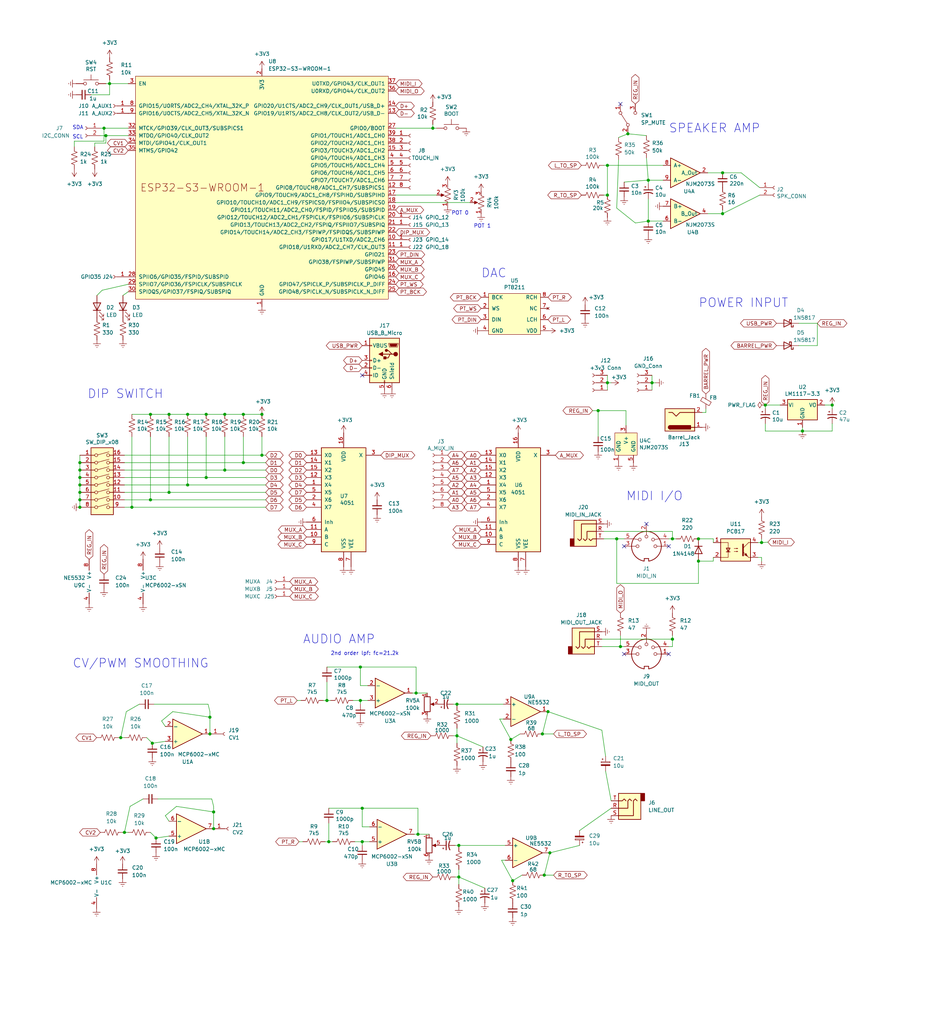
<source format=kicad_sch>
(kicad_sch (version 20230121) (generator eeschema)
  (paper "User" 319.989 350.012)
  (junction (at 207.645 66.675))
  (junction (at 73.025 277.495))
  (junction (at 57.785 141.605))
  (junction (at 71.755 250.825))
  (junction (at 76.835 141.605))
  (junction (at 174.625 252.73))
  (junction (at 247.015 59.055))
  (junction (at 142.875 285.115))
  (junction (at 41.275 252.095))
  (junction (at 83.185 141.605))
  (junction (at 76.835 160.655))
  (junction (at 156.845 288.925))
  (junction (at 64.135 141.605))
  (junction (at 142.24 236.855))
  (junction (at 42.545 284.48))
  (junction (at 52.07 254))
  (junction (at 57.785 168.275))
  (junction (at 221.615 61.595))
  (junction (at 45.085 173.355))
  (junction (at 27.305 170.815))
  (junction (at 229.87 184.15))
  (junction (at 36.195 46.355))
  (junction (at 247.015 73.025))
  (junction (at 261.62 138.43))
  (junction (at 156.21 251.46))
  (junction (at 71.755 245.11))
  (junction (at 207.645 56.515))
  (junction (at 185.42 250.825))
  (junction (at 51.435 170.815))
  (junction (at 123.19 239.395))
  (junction (at 51.435 141.605))
  (junction (at 156.21 240.665))
  (junction (at 89.535 141.605))
  (junction (at 221.615 75.565))
  (junction (at 123.825 287.655))
  (junction (at 53.34 286.385))
  (junction (at 64.135 165.735))
  (junction (at 204.47 140.335))
  (junction (at 112.395 287.655))
  (junction (at 83.185 158.115))
  (junction (at 27.305 163.195))
  (junction (at 175.26 300.99))
  (junction (at 260.35 185.42))
  (junction (at 222.885 130.81))
  (junction (at 27.305 173.355))
  (junction (at 27.305 165.735))
  (junction (at 210.82 184.15))
  (junction (at 156.845 299.72))
  (junction (at 123.19 227.965))
  (junction (at 238.76 191.77))
  (junction (at 27.305 168.275))
  (junction (at 111.76 239.395))
  (junction (at 186.055 299.085))
  (junction (at 27.305 160.655))
  (junction (at 37.465 28.575))
  (junction (at 238.76 184.15))
  (junction (at 212.09 220.98))
  (junction (at 147.955 43.815))
  (junction (at 274.32 147.32))
  (junction (at 207.645 130.81))
  (junction (at 229.87 218.44))
  (junction (at 73.025 283.21))
  (junction (at 27.305 158.115))
  (junction (at 35.56 43.815))
  (junction (at 284.48 138.43))
  (junction (at 70.485 163.195))
  (junction (at 187.325 243.205))
  (junction (at 89.535 155.575))
  (junction (at 187.96 291.465))
  (junction (at 123.825 276.225))
  (junction (at 214.63 45.72))
  (junction (at 70.485 141.605))
  (no_connect (at 212.09 35.56))
  (no_connect (at 213.36 186.69))
  (no_connect (at 213.36 223.52))
  (no_connect (at 220.98 179.07))
  (no_connect (at 123.825 128.27))
  (no_connect (at 228.6 223.52))
  (no_connect (at 228.6 186.69))
  (wire (pts (xy 42.545 284.48) (xy 41.91 284.48)))
  (wire (pts (xy 142.24 227.965) (xy 142.24 236.855)))
  (wire (pts (xy 123.825 288.925) (xy 123.825 287.655)))
  (wire (pts (xy 284.48 139.7) (xy 284.48 138.43)))
  (wire (pts (xy 37.465 28.575) (xy 37.465 32.385)))
  (wire (pts (xy 35.56 48.26) (xy 35.56 43.815)))
  (wire (pts (xy 123.825 287.655) (xy 126.365 287.655)))
  (wire (pts (xy 37.465 28.575) (xy 43.815 28.575)))
  (wire (pts (xy 90.805 160.655) (xy 76.835 160.655)))
  (wire (pts (xy 57.785 141.605) (xy 64.135 141.605)))
  (wire (pts (xy 260.35 185.42) (xy 260.35 184.15)))
  (wire (pts (xy 42.545 252.095) (xy 41.275 252.095)))
  (wire (pts (xy 111.76 233.045) (xy 111.76 239.395)))
  (wire (pts (xy 205.74 220.98) (xy 212.09 220.98)))
  (wire (pts (xy 279.4 118.11) (xy 273.05 118.11)))
  (wire (pts (xy 229.87 220.98) (xy 228.6 220.98)))
  (wire (pts (xy 189.23 299.085) (xy 186.055 299.085)))
  (wire (pts (xy 103.505 287.655) (xy 102.235 287.655)))
  (wire (pts (xy 27.305 158.115) (xy 27.305 160.655)))
  (wire (pts (xy 64.135 165.735) (xy 64.135 149.225)))
  (wire (pts (xy 214.63 45.72) (xy 211.455 46.99)))
  (wire (pts (xy 73.025 277.495) (xy 73.025 283.21)))
  (wire (pts (xy 51.435 284.48) (xy 53.34 286.385)))
  (wire (pts (xy 279.4 110.49) (xy 279.4 118.11)))
  (wire (pts (xy 111.76 239.395) (xy 113.03 239.395)))
  (wire (pts (xy 27.305 170.815) (xy 27.305 173.355)))
  (wire (pts (xy 31.115 32.385) (xy 37.465 32.385)))
  (wire (pts (xy 210.82 71.12) (xy 217.17 76.2)))
  (wire (pts (xy 229.87 184.15) (xy 231.14 184.15)))
  (wire (pts (xy 42.545 284.48) (xy 44.45 275.59)))
  (wire (pts (xy 222.885 130.81) (xy 224.155 130.81)))
  (wire (pts (xy 70.485 141.605) (xy 76.835 141.605)))
  (wire (pts (xy 142.875 276.225) (xy 142.875 285.115)))
  (wire (pts (xy 41.275 252.095) (xy 40.64 252.095)))
  (wire (pts (xy 43.815 97.155) (xy 34.925 99.187)))
  (wire (pts (xy 243.84 191.77) (xy 238.76 191.77)))
  (wire (pts (xy 90.805 173.355) (xy 45.085 173.355)))
  (wire (pts (xy 57.785 168.275) (xy 57.785 149.225)))
  (wire (pts (xy 112.395 287.655) (xy 111.125 287.655)))
  (wire (pts (xy 210.82 199.39) (xy 238.76 199.39)))
  (wire (pts (xy 120.65 239.395) (xy 123.19 239.395)))
  (wire (pts (xy 32.385 48.895) (xy 36.195 48.895)))
  (wire (pts (xy 45.085 173.355) (xy 45.085 149.225)))
  (wire (pts (xy 229.87 181.61) (xy 229.87 184.15)))
  (wire (pts (xy 207.645 56.515) (xy 207.645 66.675)))
  (wire (pts (xy 205.74 249.555) (xy 207.01 258.445)))
  (wire (pts (xy 42.545 168.275) (xy 57.785 168.275)))
  (wire (pts (xy 207.01 263.525) (xy 208.915 273.685)))
  (wire (pts (xy 213.36 220.98) (xy 212.09 220.98)))
  (wire (pts (xy 212.09 217.17) (xy 212.09 220.98)))
  (wire (pts (xy 177.8 250.825) (xy 174.625 252.73)))
  (wire (pts (xy 229.87 217.17) (xy 229.87 218.44)))
  (wire (pts (xy 170.815 245.745) (xy 172.085 245.745)))
  (wire (pts (xy 220.98 46.355) (xy 214.63 45.72)))
  (wire (pts (xy 111.76 239.395) (xy 110.49 239.395)))
  (wire (pts (xy 253.365 59.055) (xy 247.015 59.055)))
  (wire (pts (xy 76.835 160.655) (xy 76.835 149.225)))
  (wire (pts (xy 71.12 240.665) (xy 71.755 243.205)))
  (wire (pts (xy 60.325 275.59) (xy 73.025 277.495)))
  (wire (pts (xy 189.23 250.825) (xy 185.42 250.825)))
  (wire (pts (xy 71.755 243.205) (xy 71.755 245.11)))
  (wire (pts (xy 55.245 246.38) (xy 59.055 243.205)))
  (wire (pts (xy 83.185 141.605) (xy 89.535 141.605)))
  (wire (pts (xy 154.94 251.46) (xy 156.21 251.46)))
  (wire (pts (xy 156.21 251.46) (xy 156.21 248.92)))
  (wire (pts (xy 53.34 286.385) (xy 57.785 285.75)))
  (wire (pts (xy 187.96 291.465) (xy 198.12 288.925)))
  (wire (pts (xy 222.885 128.27) (xy 222.885 130.81)))
  (wire (pts (xy 261.62 138.43) (xy 266.7 138.43)))
  (wire (pts (xy 156.845 302.26) (xy 156.845 299.72)))
  (wire (pts (xy 72.39 273.05) (xy 73.025 275.59)))
  (wire (pts (xy 135.255 69.215) (xy 160.655 69.215)))
  (wire (pts (xy 156.845 288.925) (xy 155.575 288.925)))
  (wire (pts (xy 50.165 252.095) (xy 52.07 254)))
  (wire (pts (xy 147.955 43.815) (xy 149.225 43.815)))
  (wire (pts (xy 206.375 66.675) (xy 207.645 66.675)))
  (wire (pts (xy 238.76 199.39) (xy 238.76 191.77)))
  (wire (pts (xy 123.19 227.965) (xy 123.19 234.315)))
  (wire (pts (xy 64.135 165.735) (xy 42.545 165.735)))
  (wire (pts (xy 259.08 185.42) (xy 260.35 185.42)))
  (wire (pts (xy 52.705 240.665) (xy 71.12 240.665)))
  (wire (pts (xy 112.395 276.225) (xy 123.825 276.225)))
  (wire (pts (xy 142.875 285.115) (xy 146.685 285.115)))
  (wire (pts (xy 53.975 273.05) (xy 72.39 273.05)))
  (wire (pts (xy 261.62 139.7) (xy 261.62 138.43)))
  (wire (pts (xy 213.995 145.415) (xy 213.995 140.335)))
  (wire (pts (xy 156.845 299.72) (xy 156.845 297.18)))
  (wire (pts (xy 64.135 141.605) (xy 70.485 141.605)))
  (wire (pts (xy 27.305 163.195) (xy 27.305 165.735)))
  (wire (pts (xy 284.48 138.43) (xy 281.94 138.43)))
  (wire (pts (xy 186.055 299.085) (xy 187.96 291.465)))
  (wire (pts (xy 27.305 160.655) (xy 27.305 163.195)))
  (wire (pts (xy 261.62 147.32) (xy 274.32 147.32)))
  (wire (pts (xy 175.26 300.99) (xy 171.45 294.005)))
  (wire (pts (xy 222.885 130.81) (xy 222.885 133.35)))
  (wire (pts (xy 155.575 299.72) (xy 156.845 299.72)))
  (wire (pts (xy 260.35 190.5) (xy 260.35 191.77)))
  (wire (pts (xy 262.509 185.293) (xy 260.35 185.42)))
  (wire (pts (xy 156.845 289.56) (xy 156.845 288.925)))
  (wire (pts (xy 90.805 168.275) (xy 57.785 168.275)))
  (wire (pts (xy 76.835 141.605) (xy 83.185 141.605)))
  (wire (pts (xy 213.995 140.335) (xy 204.47 140.335)))
  (wire (pts (xy 165.1 255.27) (xy 156.21 251.46)))
  (wire (pts (xy 172.72 288.925) (xy 156.845 288.925)))
  (wire (pts (xy 59.055 243.205) (xy 71.755 245.11)))
  (wire (pts (xy 36.195 48.895) (xy 36.195 46.355)))
  (wire (pts (xy 273.05 110.49) (xy 279.4 110.49)))
  (wire (pts (xy 36.195 28.575) (xy 37.465 28.575)))
  (wire (pts (xy 187.325 243.205) (xy 205.74 249.555)))
  (wire (pts (xy 123.19 234.315) (xy 125.73 234.315)))
  (wire (pts (xy 142.875 276.225) (xy 123.825 276.225)))
  (wire (pts (xy 51.435 170.815) (xy 42.545 170.815)))
  (wire (pts (xy 221.615 67.945) (xy 221.615 75.565)))
  (wire (pts (xy 45.085 141.605) (xy 51.435 141.605)))
  (wire (pts (xy 247.015 59.055) (xy 241.935 59.055)))
  (wire (pts (xy 42.545 173.355) (xy 45.085 173.355)))
  (wire (pts (xy 198.12 283.845) (xy 208.915 276.225)))
  (wire (pts (xy 185.42 250.825) (xy 187.325 243.205)))
  (wire (pts (xy 241.3 140.97) (xy 240.03 140.97)))
  (wire (pts (xy 123.19 239.395) (xy 125.73 239.395)))
  (wire (pts (xy 73.025 275.59) (xy 73.025 277.495)))
  (wire (pts (xy 217.17 76.2) (xy 221.615 75.565)))
  (wire (pts (xy 89.535 155.575) (xy 42.545 155.575)))
  (wire (pts (xy 34.925 99.187) (xy 33.147 100.965)))
  (wire (pts (xy 112.395 281.305) (xy 112.395 287.655)))
  (wire (pts (xy 25.4 48.26) (xy 35.56 48.26)))
  (wire (pts (xy 221.615 61.595) (xy 226.695 61.595)))
  (wire (pts (xy 42.545 163.195) (xy 70.485 163.195)))
  (wire (pts (xy 247.015 73.025) (xy 247.015 71.755)))
  (wire (pts (xy 135.255 43.815) (xy 147.955 43.815)))
  (wire (pts (xy 213.36 184.15) (xy 210.82 184.15)))
  (wire (pts (xy 204.47 140.335) (xy 202.565 140.335)))
  (wire (pts (xy 32.385 50.165) (xy 32.385 48.895)))
  (wire (pts (xy 34.29 43.815) (xy 35.56 43.815)))
  (wire (pts (xy 142.24 236.855) (xy 140.97 236.855)))
  (wire (pts (xy 111.76 227.965) (xy 123.19 227.965)))
  (wire (pts (xy 90.805 155.575) (xy 89.535 155.575)))
  (wire (pts (xy 284.48 147.32) (xy 274.32 147.32)))
  (wire (pts (xy 156.21 254) (xy 156.21 251.46)))
  (wire (pts (xy 56.515 278.765) (xy 60.325 275.59)))
  (wire (pts (xy 205.74 218.44) (xy 229.87 218.44)))
  (wire (pts (xy 259.08 190.5) (xy 260.35 190.5)))
  (wire (pts (xy 207.645 130.81) (xy 207.645 133.35)))
  (wire (pts (xy 220.98 61.595) (xy 221.615 61.595)))
  (wire (pts (xy 142.24 227.965) (xy 123.19 227.965)))
  (wire (pts (xy 243.84 190.5) (xy 243.84 191.77)))
  (wire (pts (xy 229.87 218.44) (xy 229.87 220.98)))
  (wire (pts (xy 57.785 280.67) (xy 56.515 278.765)))
  (wire (pts (xy 174.625 252.73) (xy 170.815 245.745)))
  (wire (pts (xy 206.375 181.61) (xy 229.87 181.61)))
  (wire (pts (xy 90.805 158.115) (xy 83.185 158.115)))
  (wire (pts (xy 35.56 43.815) (xy 43.815 43.815)))
  (wire (pts (xy 178.435 299.085) (xy 175.26 300.99)))
  (wire (pts (xy 90.805 170.815) (xy 51.435 170.815)))
  (wire (pts (xy 259.715 64.135) (xy 253.365 59.055)))
  (wire (pts (xy 123.825 276.225) (xy 123.825 282.575)))
  (wire (pts (xy 135.255 66.675) (xy 149.225 66.675)))
  (wire (pts (xy 206.375 56.515) (xy 207.645 56.515)))
  (wire (pts (xy 142.24 236.855) (xy 146.05 236.855)))
  (wire (pts (xy 51.435 170.815) (xy 51.435 149.225)))
  (wire (pts (xy 156.21 241.3) (xy 156.21 240.665)))
  (wire (pts (xy 284.48 144.78) (xy 284.48 147.32)))
  (wire (pts (xy 206.375 184.15) (xy 210.82 184.15)))
  (wire (pts (xy 89.535 155.575) (xy 89.535 149.225)))
  (wire (pts (xy 171.45 294.005) (xy 172.72 294.005)))
  (wire (pts (xy 121.285 287.655) (xy 123.825 287.655)))
  (wire (pts (xy 44.45 275.59) (xy 48.895 273.05)))
  (wire (pts (xy 76.835 160.655) (xy 42.545 160.655)))
  (wire (pts (xy 261.62 144.78) (xy 261.62 147.32)))
  (wire (pts (xy 27.305 165.735) (xy 27.305 168.275)))
  (wire (pts (xy 90.805 163.195) (xy 70.485 163.195)))
  (wire (pts (xy 274.32 147.32) (xy 274.32 146.05)))
  (wire (pts (xy 34.29 46.355) (xy 36.195 46.355)))
  (wire (pts (xy 71.755 245.11) (xy 71.755 250.825)))
  (wire (pts (xy 83.185 158.115) (xy 83.185 149.225)))
  (wire (pts (xy 220.98 53.975) (xy 221.615 61.595)))
  (wire (pts (xy 123.825 282.575) (xy 126.365 282.575)))
  (wire (pts (xy 112.395 287.655) (xy 113.665 287.655)))
  (wire (pts (xy 27.305 168.275) (xy 27.305 170.815)))
  (wire (pts (xy 52.07 254) (xy 56.515 253.365)))
  (wire (pts (xy 228.6 184.15) (xy 229.87 184.15)))
  (wire (pts (xy 27.305 155.575) (xy 27.305 158.115)))
  (wire (pts (xy 221.615 75.565) (xy 226.695 75.565)))
  (wire (pts (xy 70.485 163.195) (xy 70.485 149.225)))
  (wire (pts (xy 41.275 252.095) (xy 43.18 243.205)))
  (wire (pts (xy 172.085 240.665) (xy 156.21 240.665)))
  (wire (pts (xy 241.935 73.025) (xy 247.015 73.025)))
  (wire (pts (xy 207.645 56.515) (xy 226.695 56.515)))
  (wire (pts (xy 156.21 240.665) (xy 154.94 240.665)))
  (wire (pts (xy 207.645 128.27) (xy 207.645 130.81)))
  (wire (pts (xy 241.3 139.7) (xy 241.3 140.97)))
  (wire (pts (xy 42.545 158.115) (xy 83.185 158.115)))
  (wire (pts (xy 165.735 303.53) (xy 156.845 299.72)))
  (wire (pts (xy 211.455 54.61) (xy 210.82 71.12)))
  (wire (pts (xy 243.84 184.15) (xy 243.84 185.42)))
  (wire (pts (xy 204.47 140.335) (xy 204.47 149.225)))
  (wire (pts (xy 142.875 285.115) (xy 141.605 285.115)))
  (wire (pts (xy 36.195 46.355) (xy 43.815 46.355)))
  (wire (pts (xy 37.465 27.305) (xy 37.465 28.575)))
  (wire (pts (xy 247.015 73.025) (xy 259.715 66.675)))
  (wire (pts (xy 90.805 165.735) (xy 64.135 165.735)))
  (wire (pts (xy 42.037 100.965) (xy 43.815 99.695)))
  (wire (pts (xy 210.82 184.15) (xy 210.82 199.39)))
  (wire (pts (xy 56.515 248.285) (xy 55.245 246.38)))
  (wire (pts (xy 238.76 184.15) (xy 243.84 184.15)))
  (wire (pts (xy 102.87 239.395) (xy 101.6 239.395)))
  (wire (pts (xy 213.36 62.23) (xy 220.98 61.595)))
  (wire (pts (xy 25.4 50.165) (xy 25.4 48.26)))
  (wire (pts (xy 207.645 130.81) (xy 208.915 130.81)))
  (wire (pts (xy 221.615 62.865) (xy 221.615 61.595)))
  (wire (pts (xy 123.19 240.665) (xy 123.19 239.395)))
  (wire (pts (xy 51.435 141.605) (xy 57.785 141.605)))
  (wire (pts (xy 43.815 284.48) (xy 42.545 284.48)))
  (wire (pts (xy 43.18 243.205) (xy 47.625 240.665)))
  (wire (pts (xy 147.955 43.815) (xy 147.955 42.545)))
  (text "CV/PWM SMOOTHING" (at 24.765 228.6 0) (effects (font (size 3 3)) (justify left bottom)))
  (text "SPEAKER AMP" (at 228.6 45.72 0) (effects (font (size 3 3)) (justify left bottom)))
  (text "POWER INPUT" (at 238.76 105.41 0) (effects (font (size 3 3)) (justify left bottom)))
  (text "SCL" (at 24.765 47.625 0) (effects (font (size 1.27 1.27)) (justify left bottom)))
  (text "POT 1\n" (at 161.925 78.105 0) (effects (font (size 1.27 1.27)) (justify left bottom)))
  (text "SDA" (at 24.765 44.45 0) (effects (font (size 1.27 1.27)) (justify left bottom)))
  (text "DAC" (at 164.465 95.25 0) (effects (font (size 3 3)) (justify left bottom)))
  (text "2nd order lpf: fc=21.2k" (at 113.03 224.155 0) (effects (font (size 1.27 1.27)) (justify left bottom)))
  (text "POT 0" (at 154.305 73.66 0) (effects (font (size 1.27 1.27)) (justify left bottom)))
  (text "AUDIO AMP" (at 103.505 220.345 0) (effects (font (size 3 3)) (justify left bottom)))
  (text "DIP SWITCH" (at 29.845 136.525 0) (effects (font (size 3 3)) (justify left bottom)))
  (text "MIDI I/O" (at 213.995 171.45 0) (effects (font (size 3 3)) (justify left bottom)))
  (global_label "REG_IN" (shape bidirectional) (at 147.955 299.72 180) (property "Intersheetrefs" "${INTERSHEET_REFS}" (effects hide)))
  (global_label "PT_R" (shape bidirectional) (at 102.235 287.655 180) (property "Intersheetrefs" "${INTERSHEET_REFS}" (effects hide)))
  (global_label "D7" (shape bidirectional) (at 104.775 168.275 180) (property "Intersheetrefs" "${INTERSHEET_REFS}" (effects hide)))
  (global_label "D2" (shape bidirectional) (at 90.805 155.575 0) (property "Intersheetrefs" "${INTERSHEET_REFS}" (effects hide)))
  (global_label "D4" (shape bidirectional) (at 104.775 165.735 180) (property "Intersheetrefs" "${INTERSHEET_REFS}" (effects hide)))
  (global_label "PT_BCK" (shape bidirectional) (at 164.465 101.6 180) (property "Intersheetrefs" "${INTERSHEET_REFS}" (effects hide)))
  (global_label "PT_WS" (shape bidirectional) (at 164.465 105.41 180) (property "Intersheetrefs" "${INTERSHEET_REFS}" (effects hide)))
  (global_label "CV1" (shape bidirectional) (at 33.02 252.095 180) (property "Intersheetrefs" "${INTERSHEET_REFS}" (effects hide)))
  (global_label "MUX_A" (shape bidirectional) (at 164.465 180.975 180) (property "Intersheetrefs" "${INTERSHEET_REFS}" (effects hide)))
  (global_label "PT_DIN" (shape bidirectional) (at 164.465 109.22 180) (property "Intersheetrefs" "${INTERSHEET_REFS}" (effects hide)))
  (global_label "MIDI_O" (shape bidirectional) (at 212.09 209.55 90) (property "Intersheetrefs" "${INTERSHEET_REFS}" (effects hide)))
  (global_label "BARREL_PWR" (shape bidirectional) (at 265.43 118.11 180) (property "Intersheetrefs" "${INTERSHEET_REFS}" (effects hide)))
  (global_label "A1" (shape bidirectional) (at 164.465 158.115 180) (property "Intersheetrefs" "${INTERSHEET_REFS}" (effects hide)))
  (global_label "D1" (shape bidirectional) (at 104.775 158.115 180) (property "Intersheetrefs" "${INTERSHEET_REFS}" (effects hide)))
  (global_label "L_TO_SP" (shape bidirectional) (at 198.755 56.515 180) (property "Intersheetrefs" "${INTERSHEET_REFS}" (effects hide)))
  (global_label "DIP_MUX" (shape bidirectional) (at 130.175 155.575 0) (property "Intersheetrefs" "${INTERSHEET_REFS}" (effects hide)))
  (global_label "REG_IN" (shape bidirectional) (at 279.4 110.49 0) (property "Intersheetrefs" "${INTERSHEET_REFS}" (effects hide)))
  (global_label "REG_IN" (shape bidirectional) (at 30.48 191.135 90) (property "Intersheetrefs" "${INTERSHEET_REFS}" (effects hide)))
  (global_label "BARREL_PWR" (shape bidirectional) (at 241.3 134.62 90) (property "Intersheetrefs" "${INTERSHEET_REFS}" (effects hide)))
  (global_label "D-" (shape bidirectional) (at 123.825 125.73 180) (property "Intersheetrefs" "${INTERSHEET_REFS}" (effects hide)))
  (global_label "A2" (shape bidirectional) (at 164.465 160.655 180) (property "Intersheetrefs" "${INTERSHEET_REFS}" (effects hide)))
  (global_label "MUX_C" (shape bidirectional) (at 99.06 203.835 0) (property "Intersheetrefs" "${INTERSHEET_REFS}" (effects hide)))
  (global_label "REG_IN" (shape bidirectional) (at 147.32 251.46 180) (property "Intersheetrefs" "${INTERSHEET_REFS}" (effects hide)))
  (global_label "D+" (shape bidirectional) (at 135.255 36.195 0) (property "Intersheetrefs" "${INTERSHEET_REFS}" (effects hide)))
  (global_label "MUX_B" (shape bidirectional) (at 104.775 183.515 180) (property "Intersheetrefs" "${INTERSHEET_REFS}" (effects hide)))
  (global_label "D6" (shape bidirectional) (at 90.805 170.815 0) (property "Intersheetrefs" "${INTERSHEET_REFS}" (effects hide)))
  (global_label "CV1" (shape bidirectional) (at 43.815 48.895 180) (property "Intersheetrefs" "${INTERSHEET_REFS}" (effects hide)))
  (global_label "A5" (shape bidirectional) (at 153.035 163.195 0) (property "Intersheetrefs" "${INTERSHEET_REFS}" (effects hide)))
  (global_label "A1" (shape bidirectional) (at 153.035 168.275 0) (property "Intersheetrefs" "${INTERSHEET_REFS}" (effects hide)))
  (global_label "A7" (shape bidirectional) (at 164.465 173.355 180) (property "Intersheetrefs" "${INTERSHEET_REFS}" (effects hide)))
  (global_label "D5" (shape bidirectional) (at 90.805 168.275 0) (property "Intersheetrefs" "${INTERSHEET_REFS}" (effects hide)))
  (global_label "USB_PWR" (shape bidirectional) (at 123.825 118.11 180) (property "Intersheetrefs" "${INTERSHEET_REFS}" (effects hide)))
  (global_label "D7" (shape bidirectional) (at 90.805 173.355 0) (property "Intersheetrefs" "${INTERSHEET_REFS}" (effects hide)))
  (global_label "A4" (shape bidirectional) (at 153.035 155.575 0) (property "Intersheetrefs" "${INTERSHEET_REFS}" (effects hide)))
  (global_label "MIDI_I" (shape bidirectional) (at 135.255 28.575 0) (property "Intersheetrefs" "${INTERSHEET_REFS}" (effects hide)))
  (global_label "D3" (shape bidirectional) (at 90.805 163.195 0) (property "Intersheetrefs" "${INTERSHEET_REFS}" (effects hide)))
  (global_label "A6" (shape bidirectional) (at 153.035 158.115 0) (property "Intersheetrefs" "${INTERSHEET_REFS}" (effects hide)))
  (global_label "PT_BCK" (shape bidirectional) (at 135.255 99.695 0) (property "Intersheetrefs" "${INTERSHEET_REFS}" (effects hide)))
  (global_label "MUX_A" (shape bidirectional) (at 99.06 198.755 0) (property "Intersheetrefs" "${INTERSHEET_REFS}" (effects hide)))
  (global_label "PT_L" (shape bidirectional) (at 101.6 239.395 180) (property "Intersheetrefs" "${INTERSHEET_REFS}" (effects hide)))
  (global_label "D2" (shape bidirectional) (at 104.775 160.655 180) (property "Intersheetrefs" "${INTERSHEET_REFS}" (effects hide)))
  (global_label "MIDI_O" (shape bidirectional) (at 135.255 31.115 0) (property "Intersheetrefs" "${INTERSHEET_REFS}" (effects hide)))
  (global_label "MUX_B" (shape bidirectional) (at 135.255 92.075 0) (property "Intersheetrefs" "${INTERSHEET_REFS}" (effects hide)))
  (global_label "D+" (shape bidirectional) (at 123.825 123.19 180) (property "Intersheetrefs" "${INTERSHEET_REFS}" (effects hide)))
  (global_label "DIP_MUX" (shape bidirectional) (at 135.255 79.375 0) (property "Intersheetrefs" "${INTERSHEET_REFS}" (effects hide)))
  (global_label "A4" (shape bidirectional) (at 164.465 165.735 180) (property "Intersheetrefs" "${INTERSHEET_REFS}" (effects hide)))
  (global_label "A_MUX" (shape bidirectional) (at 135.255 71.755 0) (property "Intersheetrefs" "${INTERSHEET_REFS}" (effects hide)))
  (global_label "MUX_A" (shape bidirectional) (at 135.255 89.535 0) (property "Intersheetrefs" "${INTERSHEET_REFS}" (effects hide)))
  (global_label "REG_IN" (shape bidirectional) (at 261.62 138.43 90) (property "Intersheetrefs" "${INTERSHEET_REFS}" (effects hide)))
  (global_label "CV2" (shape bidirectional) (at 34.29 284.48 180) (property "Intersheetrefs" "${INTERSHEET_REFS}" (effects hide)))
  (global_label "A5" (shape bidirectional) (at 164.465 168.275 180) (property "Intersheetrefs" "${INTERSHEET_REFS}" (effects hide)))
  (global_label "REG_IN" (shape bidirectional) (at 35.56 196.215 90) (property "Intersheetrefs" "${INTERSHEET_REFS}" (effects hide)))
  (global_label "MUX_B" (shape bidirectional) (at 164.465 183.515 180) (property "Intersheetrefs" "${INTERSHEET_REFS}" (effects hide)))
  (global_label "PT_DIN" (shape bidirectional) (at 135.255 86.995 0) (property "Intersheetrefs" "${INTERSHEET_REFS}" (effects hide)))
  (global_label "PT_L" (shape bidirectional) (at 187.325 109.22 0) (property "Intersheetrefs" "${INTERSHEET_REFS}" (effects hide)))
  (global_label "A3" (shape bidirectional) (at 153.035 173.355 0) (property "Intersheetrefs" "${INTERSHEET_REFS}" (effects hide)))
  (global_label "MUX_B" (shape bidirectional) (at 99.06 201.295 0) (property "Intersheetrefs" "${INTERSHEET_REFS}" (effects hide)))
  (global_label "A0" (shape bidirectional) (at 164.465 155.575 180) (property "Intersheetrefs" "${INTERSHEET_REFS}" (effects hide)))
  (global_label "MUX_C" (shape bidirectional) (at 164.465 186.055 180) (property "Intersheetrefs" "${INTERSHEET_REFS}" (effects hide)))
  (global_label "D-" (shape bidirectional) (at 135.255 38.735 0) (property "Intersheetrefs" "${INTERSHEET_REFS}" (effects hide)))
  (global_label "MUX_C" (shape bidirectional) (at 135.255 94.615 0) (property "Intersheetrefs" "${INTERSHEET_REFS}" (effects hide)))
  (global_label "MUX_A" (shape bidirectional) (at 104.775 180.975 180) (property "Intersheetrefs" "${INTERSHEET_REFS}" (effects hide)))
  (global_label "MIDI_I" (shape bidirectional) (at 262.509 185.293 0) (property "Intersheetrefs" "${INTERSHEET_REFS}" (effects hide)))
  (global_label "REG_IN" (shape bidirectional) (at 202.565 140.335 180) (property "Intersheetrefs" "${INTERSHEET_REFS}" (effects hide)))
  (global_label "D4" (shape bidirectional) (at 90.805 165.735 0) (property "Intersheetrefs" "${INTERSHEET_REFS}" (effects hide)))
  (global_label "A3" (shape bidirectional) (at 164.465 163.195 180) (property "Intersheetrefs" "${INTERSHEET_REFS}" (effects hide)))
  (global_label "R_TO_SP" (shape bidirectional) (at 189.23 299.085 0) (property "Intersheetrefs" "${INTERSHEET_REFS}" (effects hide)))
  (global_label "D5" (shape bidirectional) (at 104.775 170.815 180) (property "Intersheetrefs" "${INTERSHEET_REFS}" (effects hide)))
  (global_label "PT_WS" (shape bidirectional) (at 135.255 97.155 0) (property "Intersheetrefs" "${INTERSHEET_REFS}" (effects hide)))
  (global_label "A0" (shape bidirectional) (at 153.035 170.815 0) (property "Intersheetrefs" "${INTERSHEET_REFS}" (effects hide)))
  (global_label "D0" (shape bidirectional) (at 104.775 155.575 180) (property "Intersheetrefs" "${INTERSHEET_REFS}" (effects hide)))
  (global_label "D6" (shape bidirectional) (at 104.775 173.355 180) (property "Intersheetrefs" "${INTERSHEET_REFS}" (effects hide)))
  (global_label "A6" (shape bidirectional) (at 164.465 170.815 180) (property "Intersheetrefs" "${INTERSHEET_REFS}" (effects hide)))
  (global_label "R_TO_SP" (shape bidirectional) (at 198.755 66.675 180) (property "Intersheetrefs" "${INTERSHEET_REFS}" (effects hide)))
  (global_label "D0" (shape bidirectional) (at 90.805 160.655 0) (property "Intersheetrefs" "${INTERSHEET_REFS}" (effects hide)))
  (global_label "USB_PWR" (shape bidirectional) (at 265.43 110.49 180) (property "Intersheetrefs" "${INTERSHEET_REFS}" (effects hide)))
  (global_label "D3" (shape bidirectional) (at 104.775 163.195 180) (property "Intersheetrefs" "${INTERSHEET_REFS}" (effects hide)))
  (global_label "MUX_C" (shape bidirectional) (at 104.775 186.055 180) (property "Intersheetrefs" "${INTERSHEET_REFS}" (effects hide)))
  (global_label "A7" (shape bidirectional) (at 153.035 160.655 0) (property "Intersheetrefs" "${INTERSHEET_REFS}" (effects hide)))
  (global_label "PT_R" (shape bidirectional) (at 187.325 101.6 0) (property "Intersheetrefs" "${INTERSHEET_REFS}" (effects hide)))
  (global_label "A_MUX" (shape bidirectional) (at 189.865 155.575 0) (property "Intersheetrefs" "${INTERSHEET_REFS}" (effects hide)))
  (global_label "L_TO_SP" (shape bidirectional) (at 189.23 250.825 0) (property "Intersheetrefs" "${INTERSHEET_REFS}" (effects hide)))
  (global_label "CV2" (shape bidirectional) (at 43.815 51.435 180) (property "Intersheetrefs" "${INTERSHEET_REFS}" (effects hide)))
  (global_label "D1" (shape bidirectional) (at 90.805 158.115 0) (property "Intersheetrefs" "${INTERSHEET_REFS}" (effects hide)))
  (global_label "A2" (shape bidirectional) (at 153.035 165.735 0) (property "Intersheetrefs" "${INTERSHEET_REFS}" (effects hide)))
  (global_label "REG_IN" (shape bidirectional) (at 217.17 35.56 90) (property "Intersheetrefs" "${INTERSHEET_REFS}" (effects hide)))
  (symbol (lib_id "Device:R_US") (at 147.955 38.735 0) (mirror y) (unit 1)
    (property "Reference" "R2" (at 146.2278 37.5666 0) (effects (justify left)))
    (property "Value" "10k" (at 146.2278 39.878 0) (effects (justify left)))
    (property "Footprint" "Resistor_SMD:R_0603_1608Metric_Pad0.98x0.95mm_HandSolder" (effects hide))
  )
  (symbol (lib_id "ESP32_AudioBoard_Rev3-rescue:+3.3V-power") (at 147.955 34.925 0) (mirror y) (unit 1)
    (property "Reference" "#PWR08" (effects hide))
    (property "Value" "+3.3V" (at 151.765 33.147 0))
  )
  (symbol (lib_id "ESP32_AudioBoard_Rev3-rescue:LM1117-3.3-Regulator_Linear") (at 274.32 138.43 0) (unit 1)
    (property "Reference" "U2" (at 274.32 132.2832 0))
    (property "Value" "LM1117-3.3" (at 274.32 134.5946 0))
    (property "Footprint" "Package_TO_SOT_SMD:SOT-223" (effects hide))
    (property "Datasheet" "http://www.ti.com/lit/ds/symlink/lm1117.pdf" (effects hide))
  )
  (symbol (lib_id "ESP32_AudioBoard_Rev3-rescue:CP1_Small-Device") (at 261.62 142.24 0) (unit 1)
    (property "Reference" "C1" (at 263.9314 141.0716 0) (effects (justify left)))
    (property "Value" "10u" (at 263.9314 143.383 0) (effects (justify left)))
    (property "Footprint" "Capacitor_SMD:C_0805_2012Metric_Pad1.18x1.45mm_HandSolder" (effects hide))
  )
  (symbol (lib_id "ESP32_AudioBoard_Rev3-rescue:CP1_Small-Device") (at 284.48 142.24 0) (unit 1)
    (property "Reference" "C2" (at 286.7914 141.0716 0) (effects (justify left)))
    (property "Value" "47u" (at 286.7914 143.383 0) (effects (justify left)))
    (property "Footprint" "Capacitor_SMD:C_0805_2012Metric_Pad1.18x1.45mm_HandSolder" (effects hide))
  )
  (symbol (lib_id "power:Earth") (at 274.32 147.32 0) (unit 1)
    (property "Reference" "#PWR03" (effects hide))
    (property "Value" "Earth" (effects hide))
  )
  (symbol (lib_id "ESP32_AudioBoard_Rev3-rescue:NJM2073S-modular_synth") (at 233.045 59.055 0) (mirror x) (unit 1)
    (property "Reference" "U4" (at 235.585 65.405 0))
    (property "Value" "NJM2073S" (at 239.395 62.865 0))
    (property "Footprint" "Package_SIP:SIP-9_21.54x3mm_P2.54mm" (effects hide))
  )
  (symbol (lib_id "ESP32_AudioBoard_Rev3-rescue:NJM2073S-modular_synth") (at 233.045 73.025 0) (mirror x) (unit 2)
    (property "Reference" "U4" (at 236.855 79.375 0))
    (property "Value" "NJM2073S" (at 239.395 76.835 0))
    (property "Footprint" "Package_SIP:SIP-9_21.54x3mm_P2.54mm" (effects hide))
  )
  (symbol (lib_id "ESP32_AudioBoard_Rev3-rescue:NJM2073S-modular_synth") (at 213.995 151.765 0) (unit 3)
    (property "Reference" "U4" (at 218.5162 150.5966 0) (effects (justify left)))
    (property "Value" "NJM2073S" (at 218.5162 152.908 0) (effects (justify left)))
    (property "Footprint" "Package_SIP:SIP-9_21.54x3mm_P2.54mm" (effects hide))
  )
  (symbol (lib_id "power:Earth") (at 211.455 158.115 0) (unit 1)
    (property "Reference" "#PWR013" (effects hide))
    (property "Value" "Earth" (effects hide))
  )
  (symbol (lib_id "power:Earth") (at 216.535 158.115 0) (unit 1)
    (property "Reference" "#PWR014" (effects hide))
    (property "Value" "Earth" (effects hide))
  )
  (symbol (lib_id "ESP32_AudioBoard_Rev3-rescue:CP1_Small-Device") (at 221.615 65.405 0) (unit 1)
    (property "Reference" "C4" (at 223.9264 64.2366 0) (effects (justify left)))
    (property "Value" "10u" (at 223.9264 66.548 0) (effects (justify left)))
    (property "Footprint" "Capacitor_SMD:C_0805_2012Metric_Pad1.18x1.45mm_HandSolder" (effects hide))
  )
  (symbol (lib_id "power:Earth") (at 226.695 70.485 270) (unit 1)
    (property "Reference" "#PWR022" (effects hide))
    (property "Value" "Earth" (effects hide))
  )
  (symbol (lib_id "Device:C_Small") (at 221.615 78.105 0) (unit 1)
    (property "Reference" "C5" (at 223.9518 76.9366 0) (effects (justify left)))
    (property "Value" "10n" (at 223.9518 79.248 0) (effects (justify left)))
    (property "Footprint" "Capacitor_SMD:C_0603_1608Metric_Pad1.08x0.95mm_HandSolder" (effects hide))
  )
  (symbol (lib_id "power:Earth") (at 221.615 80.645 0) (unit 1)
    (property "Reference" "#PWR021" (effects hide))
    (property "Value" "Earth" (effects hide))
  )
  (symbol (lib_id "Device:C_Small") (at 247.015 61.595 0) (unit 1)
    (property "Reference" "C6" (at 249.3518 60.4266 0) (effects (justify left)))
    (property "Value" "220n" (at 249.3518 62.738 0) (effects (justify left)))
    (property "Footprint" "Capacitor_SMD:C_0603_1608Metric_Pad1.08x0.95mm_HandSolder" (effects hide))
  )
  (symbol (lib_id "Device:R_US") (at 247.015 67.945 0) (unit 1)
    (property "Reference" "R6" (at 248.7422 66.7766 0) (effects (justify left)))
    (property "Value" "16" (at 248.7422 69.088 0) (effects (justify left)))
    (property "Footprint" "Resistor_SMD:R_0603_1608Metric_Pad0.98x0.95mm_HandSolder" (effects hide))
  )
  (symbol (lib_id "ESP32_AudioBoard_Rev3-rescue:Conn_01x02_Female-Connector") (at 264.795 64.135 0) (unit 1)
    (property "Reference" "J2" (at 265.5062 64.7446 0) (effects (justify left)))
    (property "Value" "SPK_CONN" (at 265.5062 67.056 0) (effects (justify left)))
    (property "Footprint" "Connector_PinHeader_2.54mm:PinHeader_1x02_P2.54mm_Vertical" (effects hide))
  )
  (symbol (lib_id "Device:R_US") (at 202.565 66.675 270) (unit 1)
    (property "Reference" "R4" (at 202.565 61.468 90))
    (property "Value" "100k" (at 202.565 63.7794 90))
    (property "Footprint" "Resistor_SMD:R_0603_1608Metric_Pad0.98x0.95mm_HandSolder" (effects hide))
  )
  (symbol (lib_id "Device:R_US") (at 207.645 70.485 180) (unit 1)
    (property "Reference" "R5" (at 203.835 69.215 0) (effects (justify right)))
    (property "Value" "20k" (at 202.565 71.12 0) (effects (justify right)))
    (property "Footprint" "Resistor_SMD:R_0603_1608Metric_Pad0.98x0.95mm_HandSolder" (effects hide))
  )
  (symbol (lib_id "power:Earth") (at 207.645 74.295 0) (unit 1)
    (property "Reference" "#PWR019" (effects hide))
    (property "Value" "Earth" (effects hide))
  )
  (symbol (lib_id "power:Earth") (at 30.48 206.375 0) (unit 1)
    (property "Reference" "#PWR011" (effects hide))
    (property "Value" "Earth" (effects hide))
  )
  (symbol (lib_id "Switch:SW_DIP_x08") (at 34.925 165.735 0) (unit 1)
    (property "Reference" "SW3" (at 34.925 148.7932 0))
    (property "Value" "SW_DIP_x08" (at 34.925 151.1046 0))
    (property "Footprint" "Package_DIP:DIP-16_W7.62mm_Socket" (effects hide))
  )
  (symbol (lib_id "4xxx:4051") (at 117.475 170.815 0) (unit 1)
    (property "Reference" "U7" (at 116.205 169.545 0) (effects (justify left)))
    (property "Value" "4051" (at 116.205 171.8564 0) (effects (justify left)))
    (property "Footprint" "Package_SO:SOIC-16_3.9x9.9mm_P1.27mm" (effects hide))
    (property "Datasheet" "http://www.intersil.com/content/dam/Intersil/documents/cd40/cd4051bms-52bms-53bms.pdf" (effects hide))
  )
  (symbol (lib_id "Device:R_US") (at 89.535 145.415 0) (unit 1)
    (property "Reference" "R21" (at 91.2622 144.2466 0) (effects (justify left)))
    (property "Value" "10k" (at 91.2622 146.558 0) (effects (justify left)))
    (property "Footprint" "Resistor_SMD:R_0603_1608Metric_Pad0.98x0.95mm_HandSolder" (effects hide))
  )
  (symbol (lib_id "Device:R_US") (at 83.185 145.415 0) (unit 1)
    (property "Reference" "R20" (at 84.9122 144.2466 0) (effects (justify left)))
    (property "Value" "10k" (at 84.9122 146.558 0) (effects (justify left)))
    (property "Footprint" "Resistor_SMD:R_0603_1608Metric_Pad0.98x0.95mm_HandSolder" (effects hide))
  )
  (symbol (lib_id "Device:R_US") (at 76.835 145.415 0) (unit 1)
    (property "Reference" "R19" (at 78.5622 144.2466 0) (effects (justify left)))
    (property "Value" "10k" (at 78.5622 146.558 0) (effects (justify left)))
    (property "Footprint" "Resistor_SMD:R_0603_1608Metric_Pad0.98x0.95mm_HandSolder" (effects hide))
  )
  (symbol (lib_id "Device:R_US") (at 70.485 145.415 0) (unit 1)
    (property "Reference" "R18" (at 72.2122 144.2466 0) (effects (justify left)))
    (property "Value" "10k" (at 72.2122 146.558 0) (effects (justify left)))
    (property "Footprint" "Resistor_SMD:R_0603_1608Metric_Pad0.98x0.95mm_HandSolder" (effects hide))
  )
  (symbol (lib_id "Device:R_US") (at 64.135 145.415 0) (unit 1)
    (property "Reference" "R17" (at 65.8622 144.2466 0) (effects (justify left)))
    (property "Value" "10k" (at 65.8622 146.558 0) (effects (justify left)))
    (property "Footprint" "Resistor_SMD:R_0603_1608Metric_Pad0.98x0.95mm_HandSolder" (effects hide))
  )
  (symbol (lib_id "Device:R_US") (at 57.785 145.415 0) (unit 1)
    (property "Reference" "R16" (at 59.5122 144.2466 0) (effects (justify left)))
    (property "Value" "10k" (at 59.5122 146.558 0) (effects (justify left)))
    (property "Footprint" "Resistor_SMD:R_0603_1608Metric_Pad0.98x0.95mm_HandSolder" (effects hide))
  )
  (symbol (lib_id "Device:R_US") (at 51.435 145.415 0) (unit 1)
    (property "Reference" "R15" (at 53.1622 144.2466 0) (effects (justify left)))
    (property "Value" "10k" (at 53.1622 146.558 0) (effects (justify left)))
    (property "Footprint" "Resistor_SMD:R_0603_1608Metric_Pad0.98x0.95mm_HandSolder" (effects hide))
  )
  (symbol (lib_id "Device:R_US") (at 45.085 145.415 0) (unit 1)
    (property "Reference" "R14" (at 46.8122 144.2466 0) (effects (justify left)))
    (property "Value" "10k" (at 46.8122 146.558 0) (effects (justify left)))
    (property "Footprint" "Resistor_SMD:R_0603_1608Metric_Pad0.98x0.95mm_HandSolder" (effects hide))
  )
  (symbol (lib_id "ESP32_AudioBoard_Rev3-rescue:+3.3V-power") (at 89.535 141.605 0) (unit 1)
    (property "Reference" "#PWR036" (effects hide))
    (property "Value" "+3.3V" (at 89.916 137.2108 0))
  )
  (symbol (lib_id "ESP32_AudioBoard_Rev3-rescue:+3.3V-power") (at 117.475 147.955 0) (unit 1)
    (property "Reference" "#PWR038" (effects hide))
    (property "Value" "+3.3V" (at 117.856 143.5608 0))
  )
  (symbol (lib_id "power:Earth") (at 120.015 193.675 0) (unit 1)
    (property "Reference" "#PWR040" (effects hide))
    (property "Value" "Earth" (effects hide))
  )
  (symbol (lib_id "power:Earth") (at 117.475 193.675 0) (unit 1)
    (property "Reference" "#PWR039" (effects hide))
    (property "Value" "Earth" (effects hide))
  )
  (symbol (lib_id "power:Earth") (at 104.775 178.435 270) (unit 1)
    (property "Reference" "#PWR037" (effects hide))
    (property "Value" "Earth" (effects hide))
  )
  (symbol (lib_id "power:Earth") (at 27.305 173.355 270) (unit 1)
    (property "Reference" "#PWR035" (effects hide))
    (property "Value" "Earth" (effects hide))
  )
  (symbol (lib_id "4xxx:4051") (at 177.165 170.815 0) (unit 1)
    (property "Reference" "U6" (at 175.895 165.735 0) (effects (justify left)))
    (property "Value" "4051" (at 174.625 168.275 0) (effects (justify left)))
    (property "Footprint" "Package_SO:SOIC-16_3.9x9.9mm_P1.27mm" (effects hide))
    (property "Datasheet" "http://www.intersil.com/content/dam/Intersil/documents/cd40/cd4051bms-52bms-53bms.pdf" (effects hide))
  )
  (symbol (lib_id "ESP32_AudioBoard_Rev3-rescue:+3.3V-power") (at 177.165 147.955 0) (unit 1)
    (property "Reference" "#PWR032" (effects hide))
    (property "Value" "+3.3V" (at 177.546 143.5608 0))
  )
  (symbol (lib_id "power:Earth") (at 179.705 193.675 0) (unit 1)
    (property "Reference" "#PWR034" (effects hide))
    (property "Value" "Earth" (effects hide))
  )
  (symbol (lib_id "power:Earth") (at 177.165 193.675 0) (unit 1)
    (property "Reference" "#PWR033" (effects hide))
    (property "Value" "Earth" (effects hide))
  )
  (symbol (lib_id "power:Earth") (at 164.465 178.435 270) (unit 1)
    (property "Reference" "#PWR031" (effects hide))
    (property "Value" "Earth" (effects hide))
  )
  (symbol (lib_id "ESP32_AudioBoard_Rev3-rescue:Conn_01x08_Female-Connector") (at 147.955 163.195 0) (mirror y) (unit 1)
    (property "Reference" "J3" (at 150.6982 150.876 0))
    (property "Value" "A_MUX_IN" (at 150.6982 153.1874 0))
    (property "Footprint" "Connector_PinHeader_2.54mm:PinHeader_2x04_P2.54mm_Vertical" (effects hide))
  )
  (symbol (lib_id "ESP32_AudioBoard_Rev3-rescue:Conn_01x08_Female-Connector") (at 140.335 53.975 0) (unit 1)
    (property "Reference" "J8" (at 144.145 51.435 0))
    (property "Value" "TOUCH_IN" (at 145.415 53.975 0))
    (property "Footprint" "Connector_PinHeader_2.54mm:PinHeader_2x04_P2.54mm_Vertical" (effects hide))
  )
  (symbol (lib_id "ESP32_AudioBoard_Rev3-rescue:Conn_01x02_Female-Connector") (at 29.21 43.815 0) (mirror y) (unit 1)
    (property "Reference" "J7" (at 20.32 43.815 0))
    (property "Value" "I2C_CONN" (at 19.05 46.355 0))
    (property "Footprint" "Connector_PinHeader_2.54mm:PinHeader_1x02_P2.54mm_Vertical" (effects hide))
  )
  (symbol (lib_id "power:PWR_FLAG") (at 261.62 138.43 90) (unit 1)
    (property "Reference" "#FLG01" (effects hide))
    (property "Value" "PWR_FLAG" (at 258.3942 138.43 90) (effects (justify left)))
  )
  (symbol (lib_id "Connector:Barrel_Jack") (at 232.41 143.51 0) (mirror x) (unit 1)
    (property "Reference" "J13" (at 233.8578 151.765 0))
    (property "Value" "Barrel_Jack" (at 233.8578 149.4536 0))
    (property "Footprint" "mason_parts:BarrelJack_Horizontal" (effects hide))
  )
  (symbol (lib_id "power:Earth") (at 240.03 146.05 90) (unit 1)
    (property "Reference" "#PWR0102" (effects hide))
    (property "Value" "Earth" (effects hide))
  )
  (symbol (lib_id "ESP32_AudioBoard_Rev3-rescue:R_POT_US-Device") (at 153.035 66.675 180) (unit 1)
    (property "Reference" "RV3" (at 155.9052 66.675 90))
    (property "Value" "100k" (at 158.2166 66.675 90))
    (property "Footprint" "Connector_PinHeader_2.54mm:PinHeader_1x03_P2.54mm_Vertical" (effects hide))
  )
  (symbol (lib_id "ESP32_AudioBoard_Rev3-rescue:R_POT_US-Device") (at 164.465 69.215 180) (unit 1)
    (property "Reference" "RV4" (at 167.3352 69.215 90))
    (property "Value" "100k" (at 169.6466 69.215 90))
    (property "Footprint" "Connector_PinHeader_2.54mm:PinHeader_1x03_P2.54mm_Vertical" (effects hide))
  )
  (symbol (lib_id "power:Earth") (at 164.465 73.025 0) (unit 1)
    (property "Reference" "#PWR045" (effects hide))
    (property "Value" "Earth" (effects hide))
  )
  (symbol (lib_id "power:Earth") (at 153.035 70.485 0) (unit 1)
    (property "Reference" "#PWR043" (effects hide))
    (property "Value" "Earth" (effects hide))
  )
  (symbol (lib_id "ESP32_AudioBoard_Rev3-rescue:PT8211-modular_synth") (at 175.895 106.68 0) (unit 1)
    (property "Reference" "U5" (at 175.895 95.885 0))
    (property "Value" "PT8211" (at 175.895 98.1964 0))
    (property "Footprint" "Package_SO:SOIC-8_3.9x4.9mm_P1.27mm" (effects hide))
  )
  (symbol (lib_id "power:Earth") (at 164.465 113.03 270) (unit 1)
    (property "Reference" "#PWR0104" (effects hide))
    (property "Value" "Earth" (effects hide))
  )
  (symbol (lib_id "Device:C_Small") (at 123.19 243.205 0) (unit 1)
    (property "Reference" "C8" (at 118.11 241.935 0) (effects (justify left)))
    (property "Value" "470p" (at 116.84 244.475 0) (effects (justify left)))
    (property "Footprint" "Capacitor_SMD:C_0603_1608Metric_Pad1.08x0.95mm_HandSolder" (effects hide))
  )
  (symbol (lib_id "power:Earth") (at 123.19 245.745 0) (unit 1)
    (property "Reference" "#PWR025" (effects hide))
    (property "Value" "Earth" (effects hide))
  )
  (symbol (lib_id "Device:R_US") (at 116.84 239.395 90) (unit 1)
    (property "Reference" "R8" (at 116.84 234.188 90))
    (property "Value" "7k5" (at 116.84 236.4994 90))
    (property "Footprint" "Resistor_SMD:R_0603_1608Metric_Pad0.98x0.95mm_HandSolder" (effects hide))
  )
  (symbol (lib_id "Device:R_US") (at 106.68 239.395 90) (unit 1)
    (property "Reference" "R7" (at 106.68 234.188 90))
    (property "Value" "7k5" (at 106.68 236.4994 90))
    (property "Footprint" "Resistor_SMD:R_0603_1608Metric_Pad0.98x0.95mm_HandSolder" (effects hide))
  )
  (symbol (lib_id "Device:C_Small") (at 111.76 230.505 0) (unit 1)
    (property "Reference" "C7" (at 114.0968 229.3366 0) (effects (justify left)))
    (property "Value" "1000p" (at 114.0968 231.648 0) (effects (justify left)))
    (property "Footprint" "Capacitor_SMD:C_0603_1608Metric_Pad1.08x0.95mm_HandSolder" (effects hide))
  )
  (symbol (lib_id "power:Earth") (at 146.05 244.475 0) (unit 1)
    (property "Reference" "#PWR023" (effects hide))
    (property "Value" "Earth" (effects hide))
  )
  (symbol (lib_id "Connector:Conn_01x01_Socket") (at 140.335 76.835 0) (unit 1)
    (property "Reference" "J15" (at 140.97 76.835 0) (effects (justify left)))
    (property "Value" "GPIO_13" (at 145.415 76.835 0) (effects (justify left)))
    (property "Footprint" "Connector_Pin:Pin_D1.0mm_L10.0mm" (effects hide))
  )
  (symbol (lib_id "power:+3V3") (at 41.91 295.275 0) (unit 1)
    (property "Reference" "#PWR078" (effects hide))
    (property "Value" "+3V3" (at 41.91 290.83 0))
  )
  (symbol (lib_id "Device:R_US") (at 211.455 50.8 0) (unit 1)
    (property "Reference" "R35" (at 213.36 49.53 0) (effects (justify left)))
    (property "Value" "50k" (at 213.36 52.07 0) (effects (justify left)))
    (property "Footprint" "Resistor_SMD:R_0603_1608Metric_Pad0.98x0.95mm_HandSolder" (effects hide))
  )
  (symbol (lib_id "Device:C_Small") (at 174.625 262.89 0) (unit 1)
    (property "Reference" "C28" (at 177.165 261.6263 0) (effects (justify left)))
    (property "Value" "1p" (at 177.165 264.1663 0) (effects (justify left)))
    (property "Footprint" "Capacitor_SMD:C_0603_1608Metric_Pad1.08x0.95mm_HandSolder" (effects hide))
  )
  (symbol (lib_id "Connector:DIN-5_180degree") (at 220.98 186.69 0) (mirror y) (unit 1)
    (property "Reference" "J1" (at 220.9799 194.31 0))
    (property "Value" "MIDI_IN" (at 220.9799 196.85 0))
    (property "Datasheet" "http://www.mouser.com/ds/2/18/40_c091_abd_e-75918.pdf" (effects hide))
  )
  (symbol (lib_id "Connector:Conn_01x01_Socket") (at 93.98 201.295 180) (unit 1)
    (property "Reference" "J5" (at 92.075 201.295 0))
    (property "Value" "MUXB" (at 86.36 201.295 0))
    (property "Footprint" "Connector_Pin:Pin_D1.0mm_L10.0mm" (effects hide))
  )
  (symbol (lib_id "power:Earth") (at 200.025 109.22 0) (unit 1)
    (property "Reference" "#PWR053" (effects hide))
    (property "Value" "Earth" (effects hide))
  )
  (symbol (lib_id "power:Earth") (at 165.1 260.35 0) (unit 1)
    (property "Reference" "#PWR061" (effects hide))
    (property "Value" "Earth" (effects hide))
  )
  (symbol (lib_id "power:Earth") (at 26.035 32.385 270) (unit 1)
    (property "Reference" "#PWR049" (effects hide))
    (property "Value" "Earth" (effects hide))
  )
  (symbol (lib_id "Device:LED") (at 33.147 104.775 90) (unit 1)
    (property "Reference" "D2" (at 36.322 105.0925 90) (effects (justify right)))
    (property "Value" "LED" (at 36.322 107.6325 90) (effects (justify right)))
    (property "Footprint" "LED_THT:LED_D3.0mm_Clear" (effects hide))
  )
  (symbol (lib_id "Device:R_Potentiometer_Dual_Separate") (at 146.05 240.665 0) (unit 1)
    (property "Reference" "RV5" (at 143.51 239.395 0) (effects (justify right)))
    (property "Value" "100k" (at 143.51 241.935 0) (effects (justify right)))
    (property "Footprint" "mason_parts:Dual_Green_Pot" (effects hide))
  )
  (symbol (lib_id "Device:C_Small") (at 53.34 288.925 0) (unit 1)
    (property "Reference" "C19" (at 55.88 287.6613 0) (effects (justify left)))
    (property "Value" "100n" (at 55.88 290.2013 0) (effects (justify left)))
    (property "Footprint" "Capacitor_SMD:C_0603_1608Metric_Pad1.08x0.95mm_HandSolder" (effects hide))
  )
  (symbol (lib_id "power:Earth") (at 208.915 278.765 0) (unit 1)
    (property "Reference" "#PWR030" (effects hide))
    (property "Value" "Earth" (effects hide))
  )
  (symbol (lib_id "power:+3V3") (at 153.035 62.865 0) (unit 1)
    (property "Reference" "#PWR028" (effects hide))
    (property "Value" "+3V3" (at 153.035 57.785 0))
  )
  (symbol (lib_id "power:+3V3") (at 229.87 209.55 0) (unit 1)
    (property "Reference" "#PWR063" (effects hide))
    (property "Value" "+3V3" (at 229.87 204.47 0))
  )
  (symbol (lib_id "Device:C_Small") (at 123.825 291.465 0) (unit 1)
    (property "Reference" "C10" (at 118.745 290.195 0) (effects (justify left)))
    (property "Value" "470p" (at 117.475 292.735 0) (effects (justify left)))
    (property "Footprint" "Capacitor_SMD:C_0603_1608Metric_Pad1.08x0.95mm_HandSolder" (effects hide))
  )
  (symbol (lib_id "Device:FerriteBead_Small") (at 241.3 137.16 180) (unit 1)
    (property "Reference" "FB1" (at 239.395 135.255 0) (effects (justify left)))
    (property "Value" "FB" (at 245.11 135.89 0) (effects (justify left)))
    (property "Footprint" "Inductor_SMD:L_0805_2012Metric_Pad1.15x1.40mm_HandSolder" (effects hide))
  )
  (symbol (lib_id "power:+3V3") (at 54.61 187.325 0) (unit 1)
    (property "Reference" "#PWR056" (effects hide))
    (property "Value" "+3V3" (at 54.61 182.245 0))
  )
  (symbol (lib_id "power:Earth") (at 133.985 133.35 0) (unit 1)
    (property "Reference" "#PWR06" (effects hide))
    (property "Value" "Earth" (effects hide))
  )
  (symbol (lib_id "Connector:DIN-5_180degree") (at 220.98 223.52 0) (mirror y) (unit 1)
    (property "Reference" "J9" (at 220.9799 231.14 0))
    (property "Value" "MIDI_OUT" (at 220.9799 233.68 0))
    (property "Datasheet" "http://www.mouser.com/ds/2/18/40_c091_abd_e-75918.pdf" (effects hide))
  )
  (symbol (lib_id "power:Earth") (at 205.74 215.9 90) (unit 1)
    (property "Reference" "#PWR073" (effects hide))
    (property "Value" "Earth" (effects hide))
  )
  (symbol (lib_id "power:Earth") (at 213.36 67.31 0) (unit 1)
    (property "Reference" "#PWR09" (effects hide))
    (property "Value" "Earth" (effects hide))
  )
  (symbol (lib_id "power:Earth") (at 54.61 192.405 0) (unit 1)
    (property "Reference" "#PWR057" (effects hide))
    (property "Value" "Earth" (effects hide))
  )
  (symbol (lib_id "Device:R_US") (at 202.565 56.515 270) (unit 1)
    (property "Reference" "R3" (at 202.565 51.308 90))
    (property "Value" "100k" (at 202.565 53.6194 90))
    (property "Footprint" "Resistor_SMD:R_0603_1608Metric_Pad0.98x0.95mm_HandSolder" (effects hide))
  )
  (symbol (lib_id "power:Earth") (at 131.445 133.35 0) (unit 1)
    (property "Reference" "#PWR07" (effects hide))
    (property "Value" "Earth" (effects hide))
  )
  (symbol (lib_id "power:Earth") (at 156.845 309.88 0) (unit 1)
    (property "Reference" "#PWR027" (effects hide))
    (property "Value" "Earth" (effects hide))
  )
  (symbol (lib_id "power:Earth") (at 42.037 116.205 0) (unit 1)
    (property "Reference" "#PWR04" (effects hide))
    (property "Value" "Earth" (effects hide))
  )
  (symbol (lib_id "Device:R_US") (at 182.245 299.085 270) (unit 1)
    (property "Reference" "R42" (at 182.245 295.275 90))
    (property "Value" "68" (at 182.245 297.18 90))
    (property "Footprint" "Resistor_SMD:R_0603_1608Metric_Pad0.98x0.95mm_HandSolder" (effects hide))
  )
  (symbol (lib_id "Connector:Conn_01x01_Socket") (at 38.735 38.735 180) (unit 1)
    (property "Reference" "J11" (at 28.575 38.735 0))
    (property "Value" "A_AUX2" (at 34.925 38.735 0))
    (property "Footprint" "Connector_Pin:Pin_D1.0mm_L10.0mm" (effects hide))
  )
  (symbol (lib_id "Device:R_US") (at 32.385 53.975 0) (unit 1)
    (property "Reference" "R25" (at 34.29 52.705 0) (effects (justify left)))
    (property "Value" "1k" (at 34.29 55.245 0) (effects (justify left)))
    (property "Footprint" "Resistor_SMD:R_0603_1608Metric_Pad0.98x0.95mm_HandSolder" (effects hide))
  )
  (symbol (lib_id "Device:R_US") (at 37.465 23.495 0) (unit 1)
    (property "Reference" "R11" (at 41.275 22.225 0) (effects (justify left)))
    (property "Value" "10k" (at 41.275 24.765 0) (effects (justify left)))
    (property "Footprint" "Resistor_SMD:R_0603_1608Metric_Pad0.98x0.95mm_HandSolder" (effects hide))
  )
  (symbol (lib_id "Device:C_Small") (at 112.395 278.765 0) (unit 1)
    (property "Reference" "C9" (at 114.7318 277.5966 0) (effects (justify left)))
    (property "Value" "1000p" (at 114.7318 279.908 0) (effects (justify left)))
    (property "Footprint" "Capacitor_SMD:C_0603_1608Metric_Pad1.08x0.95mm_HandSolder" (effects hide))
  )
  (symbol (lib_id "Connector:Conn_01x01_Socket") (at 76.835 250.825 0) (unit 1)
    (property "Reference" "J19" (at 78.105 249.555 0) (effects (justify left)))
    (property "Value" "CV1" (at 78.105 252.095 0) (effects (justify left)))
    (property "Footprint" "Connector_Pin:Pin_D1.0mm_L10.0mm" (effects hide))
  )
  (symbol (lib_id "Device:R_US") (at 156.21 257.81 0) (unit 1)
    (property "Reference" "R37" (at 157.48 256.54 0) (effects (justify left)))
    (property "Value" "1000" (at 157.48 259.08 0) (effects (justify left)))
    (property "Footprint" "Resistor_SMD:R_0603_1608Metric_Pad0.98x0.95mm_HandSolder" (effects hide))
  )
  (symbol (lib_id "Device:R_US") (at 33.147 112.395 0) (unit 1)
    (property "Reference" "R1" (at 34.925 111.125 0) (effects (justify left)))
    (property "Value" "330" (at 34.925 113.665 0) (effects (justify left)))
    (property "Footprint" "Resistor_SMD:R_0603_1608Metric_Pad0.98x0.95mm_HandSolder" (effects hide))
  )
  (symbol (lib_id "power:Earth") (at 89.535 104.775 0) (unit 1)
    (property "Reference" "#PWR042" (effects hide))
    (property "Value" "Earth" (effects hide))
  )
  (symbol (lib_id "Amplifier_Operational:MCP6002-xSN") (at 133.35 236.855 0) (mirror x) (unit 1)
    (property "Reference" "U3" (at 133.35 246.38 0))
    (property "Value" "MCP6002-xSN" (at 133.35 243.84 0))
    (property "Footprint" "Package_SO:SOIC-8_3.9x4.9mm_P1.27mm" (effects hide))
    (property "Datasheet" "http://ww1.microchip.com/downloads/en/DeviceDoc/21733j.pdf" (effects hide))
  )
  (symbol (lib_id "power:Earth") (at 174.625 265.43 0) (unit 1)
    (property "Reference" "#PWR085" (effects hide))
    (property "Value" "Earth" (effects hide))
  )
  (symbol (lib_id "Device:C_Small") (at 35.56 198.755 180) (unit 1)
    (property "Reference" "C24" (at 39.37 197.4786 0) (effects (justify right)))
    (property "Value" "100n" (at 39.37 200.0186 0) (effects (justify right)))
    (property "Footprint" "Capacitor_SMD:C_0603_1608Metric_Pad1.08x0.95mm_HandSolder" (effects hide))
  )
  (symbol (lib_id "power:+3V3") (at 33.02 295.275 0) (unit 1)
    (property "Reference" "#PWR076" (effects hide))
    (property "Value" "+3V3" (at 33.02 290.195 0))
  )
  (symbol (lib_id "Device:C_Polarized_Small_US") (at 153.035 288.925 90) (unit 1)
    (property "Reference" "C26" (at 153.035 285.115 90))
    (property "Value" "1u" (at 153.035 286.385 90))
    (property "Footprint" "Capacitor_SMD:C_0805_2012Metric_Pad1.18x1.45mm_HandSolder" (effects hide))
  )
  (symbol (lib_id "power:Earth") (at 224.155 130.81 90) (unit 1)
    (property "Reference" "#PWR070" (effects hide))
    (property "Value" "Earth" (effects hide))
  )
  (symbol (lib_id "power:+3V3") (at 164.465 65.405 0) (unit 1)
    (property "Reference" "#PWR026" (effects hide))
    (property "Value" "+3V3" (at 164.465 60.325 0))
  )
  (symbol (lib_id "Device:R_US") (at 156.21 245.11 0) (unit 1)
    (property "Reference" "R31" (at 158.75 243.84 0) (effects (justify left)))
    (property "Value" "1000" (at 158.75 246.38 0) (effects (justify left)))
    (property "Footprint" "Resistor_SMD:R_0603_1608Metric_Pad0.98x0.95mm_HandSolder" (effects hide))
  )
  (symbol (lib_id "power:+3V3") (at 284.48 138.43 0) (unit 1)
    (property "Reference" "#PWR05" (effects hide))
    (property "Value" "+3V3" (at 284.48 133.35 0))
  )
  (symbol (lib_id "Switch:SW_Push") (at 154.305 43.815 0) (unit 1)
    (property "Reference" "SW2" (at 154.305 36.576 0))
    (property "Value" "BOOT" (at 154.305 38.8874 0))
    (property "Footprint" "Button_Switch_SMD:SW_Tactile_SPST_NO_Straight_CK_PTS636Sx25SMTRLFS" (effects hide))
  )
  (symbol (lib_id "power:Earth") (at 156.21 261.62 0) (unit 1)
    (property "Reference" "#PWR048" (effects hide))
    (property "Value" "Earth" (effects hide))
  )
  (symbol (lib_id "Device:R_US") (at 107.315 287.655 90) (unit 1)
    (property "Reference" "R9" (at 107.315 282.448 90))
    (property "Value" "7k5" (at 107.315 284.7594 90))
    (property "Footprint" "Resistor_SMD:R_0603_1608Metric_Pad0.98x0.95mm_HandSolder" (effects hide))
  )
  (symbol (lib_id "power:+3V3") (at 128.905 170.815 0) (unit 1)
    (property "Reference" "#PWR054" (effects hide))
    (property "Value" "+3V3" (at 128.905 165.735 0))
  )
  (symbol (lib_id "power:Earth") (at 206.375 179.07 90) (unit 1)
    (property "Reference" "#PWR072" (effects hide))
    (property "Value" "Earth" (effects hide))
  )
  (symbol (lib_id "power:Earth") (at 260.35 191.77 0) (unit 1)
    (property "Reference" "#PWR066" (effects hide))
    (property "Value" "Earth" (effects hide))
  )
  (symbol (lib_id "Connector:Conn_01x01_Socket") (at 140.335 81.915 0) (unit 1)
    (property "Reference" "J23" (at 140.97 81.915 0) (effects (justify left)))
    (property "Value" "GPIO_14" (at 145.415 81.915 0) (effects (justify left)))
    (property "Footprint" "Connector_Pin:Pin_D1.0mm_L10.0mm" (effects hide))
  )
  (symbol (lib_id "power:Earth") (at 35.56 201.295 0) (unit 1)
    (property "Reference" "#PWR084" (effects hide))
    (property "Value" "Earth" (effects hide))
  )
  (symbol (lib_id "Connector_Audio:AudioJack3") (at 201.295 181.61 0) (unit 1)
    (property "Reference" "J20" (at 199.39 173.355 0))
    (property "Value" "MIDI_IN_JACK" (at 199.39 175.895 0))
    (property "Footprint" "mason_parts:Jack_3.5mm_CUI_SJ1-3535NG_Horizontal_NO_FRONT" (effects hide))
  )
  (symbol (lib_id "Device:C_Polarized_Small_US") (at 165.735 306.07 0) (unit 1)
    (property "Reference" "C27" (at 166.37 304.165 0) (effects (justify left)))
    (property "Value" "1u" (at 167.64 306.705 0) (effects (justify left)))
    (property "Footprint" "Capacitor_SMD:C_0805_2012Metric_Pad1.18x1.45mm_HandSolder" (effects hide))
  )
  (symbol (lib_id "Connector_Audio:AudioJack3") (at 213.995 276.225 180) (unit 1)
    (property "Reference" "J6" (at 221.615 274.32 0) (effects (justify right)))
    (property "Value" "LINE_OUT" (at 221.615 276.86 0) (effects (justify right)))
    (property "Footprint" "mason_parts:Jack_3.5mm_CUI_SJ1-3535NG_Horizontal_NO_FRONT" (effects hide))
  )
  (symbol (lib_id "power:Earth") (at 175.26 313.69 0) (unit 1)
    (property "Reference" "#PWR086" (effects hide))
    (property "Value" "Earth" (effects hide))
  )
  (symbol (lib_id "PCM_Espressif:ESP32-S3-WROOM-1") (at 89.535 64.135 0) (unit 1)
    (property "Reference" "U8" (at 91.7291 20.955 0) (effects (justify left)))
    (property "Value" "ESP32-S3-WROOM-1" (at 91.7291 23.495 0) (effects (justify left)))
    (property "Footprint" "PCM_Espressif:ESP32-S3-WROOM-1" (effects hide))
    (property "Datasheet" "https://www.espressif.com/sites/default/files/documentation/esp32-s3-wroom-1_wroom-1u_datasheet_en.pdf" (effects hide))
  )
  (symbol (lib_id "Isolator:PC817") (at 251.46 187.96 0) (unit 1)
    (property "Reference" "U11" (at 251.46 179.07 0))
    (property "Value" "PC817" (at 251.46 181.61 0))
    (property "Footprint" "Package_DIP:DIP-4_W7.62mm" (effects hide))
    (property "Datasheet" "http://www.soselectronic.cz/a_info/resource/d/pc817.pdf" (effects hide))
  )
  (symbol (lib_id "Device:C_Polarized_Small") (at 198.12 286.385 180) (unit 1)
    (property "Reference" "C29" (at 201.295 285.6611 0) (effects (justify right)))
    (property "Value" "10u" (at 201.295 288.2011 0) (effects (justify right)))
    (property "Footprint" "Capacitor_SMD:C_0805_2012Metric_Pad1.18x1.45mm_HandSolder" (effects hide))
  )
  (symbol (lib_id "Device:R_US") (at 260.35 180.34 0) (unit 1)
    (property "Reference" "R23" (at 262.89 179.07 0) (effects (justify left)))
    (property "Value" "220" (at 262.89 181.61 0) (effects (justify left)))
    (property "Footprint" "Resistor_SMD:R_0603_1608Metric_Pad0.98x0.95mm_HandSolder" (effects hide))
  )
  (symbol (lib_id "Amplifier_Operational:MCP6002-xMC") (at 64.135 250.825 0) (mirror x) (unit 1)
    (property "Reference" "U1" (at 64.135 260.35 0))
    (property "Value" "MCP6002-xMC" (at 67.945 257.81 0))
    (property "Footprint" "Package_SO:SOIC-8_3.9x4.9mm_P1.27mm" (effects hide))
    (property "Datasheet" "http://ww1.microchip.com/downloads/en/DeviceDoc/21733j.pdf" (effects hide))
  )
  (symbol (lib_id "power:+3V3") (at 187.325 113.03 270) (unit 1)
    (property "Reference" "#PWR016" (effects hide))
    (property "Value" "+3V3" (at 191.135 113.03 90) (effects (justify left)))
  )
  (symbol (lib_id "power:+3V3") (at 208.915 130.81 270) (unit 1)
    (property "Reference" "#PWR071" (effects hide))
    (property "Value" "+3V3" (at 208.915 128.905 90) (effects (justify left)))
  )
  (symbol (lib_id "power:Earth") (at 26.035 28.575 270) (unit 1)
    (property "Reference" "#PWR051" (effects hide))
    (property "Value" "Earth" (effects hide))
  )
  (symbol (lib_id "Device:C_Small") (at 175.26 311.15 0) (unit 1)
    (property "Reference" "C30" (at 177.8 309.8863 0) (effects (justify left)))
    (property "Value" "1p" (at 177.8 312.4263 0) (effects (justify left)))
    (property "Footprint" "Capacitor_SMD:C_0603_1608Metric_Pad1.08x0.95mm_HandSolder" (effects hide))
  )
  (symbol (lib_id "Amplifier_Operational:MCP6002-xMC") (at 65.405 283.21 0) (mirror x) (unit 2)
    (property "Reference" "U1" (at 69.85 287.655 0))
    (property "Value" "MCP6002-xMC" (at 69.85 290.195 0))
    (property "Footprint" "Package_SO:SOIC-8_3.9x4.9mm_P1.27mm" (effects hide))
    (property "Datasheet" "http://ww1.microchip.com/downloads/en/DeviceDoc/21733j.pdf" (effects hide))
  )
  (symbol (lib_id "power:+3V3") (at 32.385 57.785 180) (unit 1)
    (property "Reference" "#PWR069" (effects hide))
    (property "Value" "+3V3" (at 32.385 62.865 0))
  )
  (symbol (lib_id "power:+3V3") (at 200.025 104.14 0) (unit 1)
    (property "Reference" "#PWR052" (effects hide))
    (property "Value" "+3V3" (at 203.835 101.6 0))
  )
  (symbol (lib_id "Amplifier_Operational:MCP6002-xSN") (at 51.435 198.755 0) (unit 3)
    (property "Reference" "U3" (at 49.53 197.485 0) (effects (justify left)))
    (property "Value" "MCP6002-xSN" (at 49.53 200.025 0) (effects (justify left)))
    (property "Footprint" "Package_SO:SOIC-8_3.9x4.9mm_P1.27mm" (effects hide))
    (property "Datasheet" "http://ww1.microchip.com/downloads/en/DeviceDoc/21733j.pdf" (effects hide))
  )
  (symbol (lib_id "Device:R_US") (at 229.87 213.36 0) (unit 1)
    (property "Reference" "R12" (at 232.41 212.09 0) (effects (justify left)))
    (property "Value" "47" (at 232.41 214.63 0) (effects (justify left)))
    (property "Footprint" "Resistor_SMD:R_0603_1608Metric_Pad0.98x0.95mm_HandSolder" (effects hide))
  )
  (symbol (lib_id "Device:R_US") (at 156.845 293.37 0) (unit 1)
    (property "Reference" "R34" (at 159.385 292.1 0) (effects (justify left)))
    (property "Value" "1000" (at 159.385 294.64 0) (effects (justify left)))
    (property "Footprint" "Resistor_SMD:R_0603_1608Metric_Pad0.98x0.95mm_HandSolder" (effects hide))
  )
  (symbol (lib_id "power:Earth") (at 41.91 300.355 0) (unit 1)
    (property "Reference" "#PWR079" (effects hide))
    (property "Value" "Earth" (effects hide))
  )
  (symbol (lib_id "Switch:SW_Push") (at 31.115 28.575 0) (unit 1)
    (property "Reference" "SW4" (at 31.115 21.336 0))
    (property "Value" "RST" (at 31.115 23.6474 0))
    (property "Footprint" "Button_Switch_SMD:SW_Tactile_SPST_NO_Straight_CK_PTS636Sx25SMTRLFS" (effects hide))
  )
  (symbol (lib_id "Device:C_Small") (at 128.905 173.355 180) (unit 1)
    (property "Reference" "C13" (at 132.715 172.0786 0) (effects (justify right)))
    (property "Value" "100n" (at 132.715 174.6186 0) (effects (justify right)))
    (property "Footprint" "Capacitor_SMD:C_0603_1608Metric_Pad1.08x0.95mm_HandSolder" (effects hide))
  )
  (symbol (lib_id "Device:R_US") (at 47.625 284.48 90) (unit 1)
    (property "Reference" "R29" (at 47.625 278.765 90))
    (property "Value" "10k" (at 47.625 281.305 90))
    (property "Footprint" "Resistor_SMD:R_0603_1608Metric_Pad0.98x0.95mm_HandSolder" (effects hide))
  )
  (symbol (lib_id "power:+3V3") (at 48.895 191.135 0) (unit 1)
    (property "Reference" "#PWR010" (effects hide))
    (property "Value" "+3V3" (at 48.895 186.055 0))
  )
  (symbol (lib_id "Device:C_Small") (at 54.61 189.865 180) (unit 1)
    (property "Reference" "C14" (at 58.42 188.5886 0) (effects (justify right)))
    (property "Value" "100n" (at 58.42 191.1286 0) (effects (justify right)))
    (property "Footprint" "Capacitor_SMD:C_0603_1608Metric_Pad1.08x0.95mm_HandSolder" (effects hide))
  )
  (symbol (lib_id "Amplifier_Operational:NE5532") (at 180.34 291.465 0) (unit 2)
    (property "Reference" "U9" (at 181.61 286.385 0))
    (property "Value" "NE5532" (at 184.785 288.29 0))
    (property "Footprint" "Package_SO:SOIC-8_3.9x4.9mm_P1.27mm" (effects hide))
    (property "Datasheet" "http://www.ti.com/lit/ds/symlink/ne5532.pdf" (effects hide))
  )
  (symbol (lib_id "Connector:Conn_01x01_Socket") (at 140.335 74.295 0) (unit 1)
    (property "Reference" "J14" (at 140.97 74.295 0) (effects (justify left)))
    (property "Value" "GPIO_12" (at 145.415 74.295 0) (effects (justify left)))
    (property "Footprint" "Connector_Pin:Pin_D1.0mm_L10.0mm" (effects hide))
  )
  (symbol (lib_id "Device:C_Small") (at 213.36 64.77 0) (unit 1)
    (property "Reference" "C3" (at 215.6968 63.6016 0) (effects (justify left)))
    (property "Value" "10n" (at 215.6968 65.913 0) (effects (justify left)))
    (property "Footprint" "Capacitor_SMD:C_0603_1608Metric_Pad1.08x0.95mm_HandSolder" (effects hide))
  )
  (symbol (lib_id "Connector:Conn_01x01_Socket") (at 38.735 36.195 180) (unit 1)
    (property "Reference" "J10" (at 28.575 36.195 0))
    (property "Value" "A_AUX1" (at 34.925 36.195 0))
    (property "Footprint" "Connector_Pin:Pin_D1.0mm_L10.0mm" (effects hide))
  )
  (symbol (lib_id "Amplifier_Operational:MCP6002-xMC") (at 35.56 302.895 0) (unit 3)
    (property "Reference" "U1" (at 34.29 301.625 0) (effects (justify left)))
    (property "Value" "MCP6002-xMC" (at 17.145 301.625 0) (effects (justify left)))
    (property "Footprint" "Package_SO:SOIC-8_3.9x4.9mm_P1.27mm" (effects hide))
    (property "Datasheet" "http://ww1.microchip.com/downloads/en/DeviceDoc/21733j.pdf" (effects hide))
  )
  (symbol (lib_id "Connector:Conn_01x01_Socket") (at 93.98 203.835 180) (unit 1)
    (property "Reference" "J25" (at 92.075 203.835 0))
    (property "Value" "MUXC" (at 86.36 203.835 0))
    (property "Footprint" "Connector_Pin:Pin_D1.0mm_L10.0mm" (effects hide))
  )
  (symbol (lib_id "Device:LED") (at 42.037 104.775 90) (unit 1)
    (property "Reference" "D3" (at 45.212 105.0925 90) (effects (justify right)))
    (property "Value" "LED" (at 45.212 107.6325 90) (effects (justify right)))
    (property "Footprint" "LED_THT:LED_D3.0mm_Clear" (effects hide))
  )
  (symbol (lib_id "Amplifier_Operational:NE5532") (at 33.02 198.755 0) (unit 3)
    (property "Reference" "U9" (at 29.21 200.025 0) (effects (justify right)))
    (property "Value" "NE5532" (at 29.21 197.485 0) (effects (justify right)))
    (property "Footprint" "Package_SO:SOIC-8_3.9x4.9mm_P1.27mm" (effects hide))
    (property "Datasheet" "http://www.ti.com/lit/ds/symlink/ne5532.pdf" (effects hide))
  )
  (symbol (lib_id "power:Earth") (at 220.98 215.9 180) (unit 1)
    (property "Reference" "#PWR020" (effects hide))
    (property "Value" "Earth" (effects hide))
  )
  (symbol (lib_id "power:Earth") (at 48.895 206.375 0) (unit 1)
    (property "Reference" "#PWR062" (effects hide))
    (property "Value" "Earth" (effects hide))
  )
  (symbol (lib_id "Device:R_Potentiometer_Dual_Separate") (at 146.685 288.925 0) (unit 2)
    (property "Reference" "RV5" (at 144.145 287.655 0) (effects (justify right)))
    (property "Value" "100k" (at 144.145 290.195 0) (effects (justify right)))
    (property "Footprint" "mason_parts:Dual_Green_Pot" (effects hide))
  )
  (symbol (lib_id "Diode:1N5817") (at 269.24 118.11 180) (unit 1)
    (property "Reference" "D5" (at 273.685 113.665 0))
    (property "Value" "1N5817" (at 274.955 116.205 0))
    (property "Footprint" "Diode_THT:D_DO-41_SOD81_P2.54mm_Vertical_AnodeUp" (effects hide))
    (property "Datasheet" "http://www.vishay.com/docs/88525/1n5817.pdf" (effects hide))
  )
  (symbol (lib_id "Device:R_US") (at 42.037 112.395 0) (unit 1)
    (property "Reference" "R30" (at 43.815 111.125 0) (effects (justify left)))
    (property "Value" "330" (at 43.815 113.665 0) (effects (justify left)))
    (property "Footprint" "Resistor_SMD:R_0603_1608Metric_Pad0.98x0.95mm_HandSolder" (effects hide))
  )
  (symbol (lib_id "Device:C_Small") (at 51.435 273.05 90) (unit 1)
    (property "Reference" "C18" (at 51.4413 266.065 90))
    (property "Value" "100n" (at 51.4413 268.605 90))
    (property "Footprint" "Capacitor_SMD:C_0603_1608Metric_Pad1.08x0.95mm_HandSolder" (effects hide))
  )
  (symbol (lib_id "Device:R_US") (at 151.13 251.46 90) (unit 1)
    (property "Reference" "R32" (at 151.13 247.65 90))
    (property "Value" "1000" (at 151.13 249.555 90))
    (property "Footprint" "Resistor_SMD:R_0603_1608Metric_Pad0.98x0.95mm_HandSolder" (effects hide))
  )
  (symbol (lib_id "Device:C_Small") (at 28.575 32.385 270) (unit 1)
    (property "Reference" "C11" (at 29.845 31.115 90) (effects (justify left)))
    (property "Value" "1u" (at 30.48 33.655 90) (effects (justify left)))
    (property "Footprint" "Capacitor_SMD:C_0805_2012Metric_Pad1.18x1.45mm_HandSolder" (effects hide))
  )
  (symbol (lib_id "power:Earth") (at 159.385 43.815 0) (unit 1)
    (property "Reference" "#PWR01" (effects hide))
    (property "Value" "Earth" (effects hide))
  )
  (symbol (lib_id "power:Earth") (at 146.685 292.735 0) (unit 1)
    (property "Reference" "#PWR018" (effects hide))
    (property "Value" "Earth" (effects hide))
  )
  (symbol (lib_id "Device:R_US") (at 181.61 250.825 270) (unit 1)
    (property "Reference" "R39" (at 181.61 247.015 90))
    (property "Value" "68" (at 181.61 248.92 90))
    (property "Footprint" "Resistor_SMD:R_0603_1608Metric_Pad0.98x0.95mm_HandSolder" (effects hide))
  )
  (symbol (lib_id "Connector:Conn_01x01_Socket") (at 38.735 94.615 180) (unit 1)
    (property "Reference" "J24" (at 36.83 94.615 0))
    (property "Value" "GPIO35" (at 31.115 94.615 0))
    (property "Footprint" "Connector_Pin:Pin_D1.0mm_L10.0mm" (effects hide))
  )
  (symbol (lib_id "power:Earth") (at 33.02 310.515 0) (unit 1)
    (property "Reference" "#PWR077" (effects hide))
    (property "Value" "Earth" (effects hide))
  )
  (symbol (lib_id "power:Earth") (at 123.825 294.005 0) (unit 1)
    (property "Reference" "#PWR017" (effects hide))
    (property "Value" "Earth" (effects hide))
  )
  (symbol (lib_id "Device:C_Polarized_Small") (at 207.01 260.985 0) (unit 1)
    (property "Reference" "C21" (at 209.55 259.1689 0) (effects (justify left)))
    (property "Value" "10u" (at 209.55 261.7089 0) (effects (justify left)))
    (property "Footprint" "Capacitor_SMD:C_0805_2012Metric_Pad1.18x1.45mm_HandSolder" (effects hide))
  )
  (symbol (lib_id "Connector:USB_B_Micro") (at 131.445 123.19 0) (mirror y) (unit 1)
    (property "Reference" "J17" (at 131.445 111.252 0))
    (property "Value" "USB_B_Micro" (at 131.445 113.792 0))
    (property "Footprint" "Connector_USB:USB_Micro-B_Molex-105017-0001" (effects hide))
  )
  (symbol (lib_id "Amplifier_Operational:NE5532") (at 179.705 243.205 0) (unit 1)
    (property "Reference" "U9" (at 180.975 238.125 0))
    (property "Value" "NE5532" (at 184.15 240.03 0))
    (property "Footprint" "Package_SO:SOIC-8_3.9x4.9mm_P1.27mm" (effects hide))
    (property "Datasheet" "http://www.ti.com/lit/ds/symlink/ne5532.pdf" (effects hide))
  )
  (symbol (lib_id "power:+3V3") (at 89.535 23.495 0) (unit 1)
    (property "Reference" "#PWR041" (effects hide))
    (property "Value" "+3V3" (at 89.535 18.415 0))
  )
  (symbol (lib_id "power:+3V3") (at 260.35 176.53 0) (unit 1)
    (property "Reference" "#PWR065" (effects hide))
    (property "Value" "+3V3" (at 260.35 171.45 0))
  )
  (symbol (lib_id "Device:R_US") (at 220.98 50.165 0) (unit 1)
    (property "Reference" "R36" (at 222.885 48.895 0) (effects (justify left)))
    (property "Value" "50k" (at 222.885 51.435 0) (effects (justify left)))
    (property "Footprint" "Resistor_SMD:R_0603_1608Metric_Pad0.98x0.95mm_HandSolder" (effects hide))
  )
  (symbol (lib_id "Device:C_Polarized_Small_US") (at 165.1 257.81 0) (unit 1)
    (property "Reference" "C23" (at 165.735 255.905 0) (effects (justify left)))
    (property "Value" "1u" (at 167.005 258.445 0) (effects (justify left)))
    (property "Footprint" "Capacitor_SMD:C_0805_2012Metric_Pad1.18x1.45mm_HandSolder" (effects hide))
  )
  (symbol (lib_id "Device:R_US") (at 234.95 184.15 90) (unit 1)
    (property "Reference" "R22" (at 234.95 177.8 90))
    (property "Value" "220" (at 234.95 180.34 90))
    (property "Footprint" "Resistor_SMD:R_0603_1608Metric_Pad0.98x0.95mm_HandSolder" (effects hide))
  )
  (symbol (lib_id "Device:R_US") (at 156.845 306.07 0) (unit 1)
    (property "Reference" "R40" (at 158.115 304.8 0) (effects (justify left)))
    (property "Value" "1000" (at 158.115 307.34 0) (effects (justify left)))
    (property "Footprint" "Resistor_SMD:R_0603_1608Metric_Pad0.98x0.95mm_HandSolder" (effects hide))
  )
  (symbol (lib_id "Device:C_Small") (at 204.47 151.765 180) (unit 1)
    (property "Reference" "C15" (at 205.105 149.86 0) (effects (justify right)))
    (property "Value" "100n" (at 205.105 153.67 0) (effects (justify right)))
    (property "Footprint" "Capacitor_SMD:C_0603_1608Metric_Pad1.08x0.95mm_HandSolder" (effects hide))
  )
  (symbol (lib_id "Device:R_US") (at 175.26 304.8 0) (unit 1)
    (property "Reference" "R41" (at 176.53 303.53 0) (effects (justify left)))
    (property "Value" "100" (at 176.53 306.07 0) (effects (justify left)))
    (property "Footprint" "Resistor_SMD:R_0603_1608Metric_Pad0.98x0.95mm_HandSolder" (effects hide))
  )
  (symbol (lib_id "Device:C_Small") (at 200.025 106.68 180) (unit 1)
    (property "Reference" "C12" (at 203.2 105.41 0) (effects (justify right)))
    (property "Value" "100n" (at 203.2 107.95 0) (effects (justify right)))
    (property "Footprint" "Capacitor_SMD:C_0603_1608Metric_Pad1.08x0.95mm_HandSolder" (effects hide))
  )
  (symbol (lib_id "Switch:SW_SPDT") (at 214.63 40.64 90) (unit 1)
    (property "Reference" "SW1" (at 219.075 39.37 90) (effects (justify right)))
    (property "Value" "SP_MUTE" (at 219.075 41.91 90) (effects (justify right)))
    (property "Footprint" "Connector_PinHeader_2.54mm:PinHeader_1x03_P2.54mm_Vertical" (effects hide))
  )
  (symbol (lib_id "power:Earth") (at 165.735 308.61 0) (unit 1)
    (property "Reference" "#PWR058" (effects hide))
    (property "Value" "Earth" (effects hide))
  )
  (symbol (lib_id "Diode:1N5817") (at 269.24 110.49 180) (unit 1)
    (property "Reference" "D4" (at 273.685 106.045 0))
    (property "Value" "1N5817" (at 274.955 108.585 0))
    (property "Footprint" "Diode_THT:D_DO-41_SOD81_P2.54mm_Vertical_AnodeUp" (effects hide))
    (property "Datasheet" "http://www.vishay.com/docs/88525/1n5817.pdf" (effects hide))
  )
  (symbol (lib_id "Device:R_US") (at 151.765 299.72 90) (unit 1)
    (property "Reference" "R33" (at 151.765 295.91 90))
    (property "Value" "1000" (at 151.765 297.815 90))
    (property "Footprint" "Resistor_SMD:R_0603_1608Metric_Pad0.98x0.95mm_HandSolder" (effects hide))
  )
  (symbol (lib_id "Connector:Conn_01x01_Socket") (at 78.105 283.21 0) (unit 1)
    (property "Reference" "J21" (at 79.375 281.94 0) (effects (justify left)))
    (property "Value" "CV2" (at 79.375 284.48 0) (effects (justify left)))
    (property "Footprint" "Connector_Pin:Pin_D1.0mm_L10.0mm" (effects hide))
  )
  (symbol (lib_id "Connector_Audio:AudioJack3") (at 200.66 218.44 0) (unit 1)
    (property "Reference" "J18" (at 198.755 210.185 0))
    (property "Value" "MIDI_OUT_JACK" (at 198.755 212.725 0))
    (property "Footprint" "mason_parts:Jack_3.5mm_CUI_SJ1-3535NG_Horizontal_NO_FRONT" (effects hide))
  )
  (symbol (lib_id "power:+3V3") (at 25.4 57.785 180) (unit 1)
    (property "Reference" "#PWR068" (effects hide))
    (property "Value" "+3V3" (at 25.4 62.865 0))
  )
  (symbol (lib_id "power:+3V3") (at 37.465 19.685 0) (unit 1)
    (property "Reference" "#PWR050" (effects hide))
    (property "Value" "+3V3" (at 37.465 14.605 0))
  )
  (symbol (lib_id "Device:C_Polarized_Small_US") (at 152.4 240.665 90) (unit 1)
    (property "Reference" "C22" (at 152.4 236.855 90))
    (property "Value" "1u" (at 152.4 238.125 90))
    (property "Footprint" "Capacitor_SMD:C_0805_2012Metric_Pad1.18x1.45mm_HandSolder" (effects hide))
  )
  (symbol (lib_id "Connector:Conn_01x03_Socket") (at 202.565 130.81 180) (unit 1)
    (property "Reference" "J12" (at 207.01 123.19 0))
    (property "Value" "+3v3 Conn" (at 207.01 125.73 0))
    (property "Footprint" "Connector_PinHeader_2.54mm:PinHeader_1x03_P2.54mm_Vertical" (effects hide))
  )
  (symbol (lib_id "power:Earth") (at 52.07 259.08 0) (unit 1)
    (property "Reference" "#PWR074" (effects hide))
    (property "Value" "Earth" (effects hide))
  )
  (symbol (lib_id "Device:C_Small") (at 50.165 240.665 90) (unit 1)
    (property "Reference" "C17" (at 50.1713 234.315 90))
    (property "Value" "100n" (at 50.1713 236.855 90))
    (property "Footprint" "Capacitor_SMD:C_0603_1608Metric_Pad1.08x0.95mm_HandSolder" (effects hide))
  )
  (symbol (lib_id "Connector:Conn_01x01_Socket") (at 93.98 198.755 180) (unit 1)
    (property "Reference" "J4" (at 92.075 198.755 0))
    (property "Value" "MUXA" (at 86.36 198.755 0))
    (property "Footprint" "Connector_Pin:Pin_D1.0mm_L10.0mm" (effects hide))
  )
  (symbol (lib_id "Device:R_US") (at 38.1 284.48 90) (unit 1)
    (property "Reference" "R28" (at 38.1 278.13 90))
    (property "Value" "10k" (at 38.1 280.67 90))
    (property "Footprint" "Resistor_SMD:R_0603_1608Metric_Pad0.98x0.95mm_HandSolder" (effects hide))
  )
  (symbol (lib_id "power:Earth") (at 33.147 116.205 0) (unit 1)
    (property "Reference" "#PWR02" (effects hide))
    (property "Value" "Earth" (effects hide))
  )
  (symbol (lib_id "Device:C_Small") (at 41.91 297.815 0) (unit 1)
    (property "Reference" "C20" (at 45.085 296.5513 0) (effects (justify left)))
    (property "Value" "100n" (at 45.085 299.0913 0) (effects (justify left)))
    (property "Footprint" "Capacitor_SMD:C_0603_1608Metric_Pad1.08x0.95mm_HandSolder" (effects hide))
  )
  (symbol (lib_id "power:Earth") (at 204.47 154.305 0) (unit 1)
    (property "Reference" "#PWR015" (effects hide))
    (property "Value" "Earth" (effects hide))
  )
  (symbol (lib_id "Connector:Conn_01x01_Socket") (at 140.335 84.455 0) (unit 1)
    (property "Reference" "J22" (at 140.97 84.455 0) (effects (justify left)))
    (property "Value" "GPIO_18" (at 145.415 84.455 0) (effects (justify left)))
    (property "Footprint" "Connector_Pin:Pin_D1.0mm_L10.0mm" (effects hide))
  )
  (symbol (lib_id "Device:R_US") (at 46.355 252.095 90) (unit 1)
    (property "Reference" "R26" (at 46.355 245.745 90))
    (property "Value" "10k" (at 46.355 248.285 90))
    (property "Footprint" "Resistor_SMD:R_0603_1608Metric_Pad0.98x0.95mm_HandSolder" (effects hide))
  )
  (symbol (lib_id "Amplifier_Operational:MCP6002-xSN") (at 133.985 285.115 0) (mirror x) (unit 2)
    (property "Reference" "U3" (at 133.985 295.275 0))
    (property "Value" "MCP6002-xSN" (at 133.985 292.735 0))
    (property "Footprint" "Package_SO:SOIC-8_3.9x4.9mm_P1.27mm" (effects hide))
    (property "Datasheet" "http://ww1.microchip.com/downloads/en/DeviceDoc/21733j.pdf" (effects hide))
  )
  (symbol (lib_id "Device:R_US") (at 36.83 252.095 90) (unit 1)
    (property "Reference" "R27" (at 36.83 245.745 90))
    (property "Value" "10k" (at 36.83 248.285 90))
    (property "Footprint" "Resistor_SMD:R_0603_1608Metric_Pad0.98x0.95mm_HandSolder" (effects hide))
  )
  (symbol (lib_id "power:Earth") (at 128.905 175.895 0) (unit 1)
    (property "Reference" "#PWR055" (effects hide))
    (property "Value" "Earth" (effects hide))
  )
  (symbol (lib_id "Device:C_Small") (at 52.07 256.54 0) (unit 1)
    (property "Reference" "C16" (at 54.61 255.2763 0) (effects (justify left)))
    (property "Value" "100n" (at 54.61 257.8163 0) (effects (justify left)))
    (property "Footprint" "Capacitor_SMD:C_0603_1608Metric_Pad1.08x0.95mm_HandSolder" (effects hide))
  )
  (symbol (lib_id "Diode:1N4148") (at 238.76 187.96 270) (unit 1)
    (property "Reference" "D1" (at 233.68 186.69 90) (effects (justify left)))
    (property "Value" "1N4148" (at 229.87 189.23 90) (effects (justify left)))
    (property "Footprint" "Diode_SMD:D_SOD-323" (effects hide))
    (property "Datasheet" "https://assets.nexperia.com/documents/data-sheet/1N4148_1N4448.pdf" (effects hide))
    (property "Sim.Device" "D" (effects hide))
    (property "Sim.Pins" "1=K 2=A" (effects hide))
  )
  (symbol (lib_id "power:Earth") (at 53.34 291.465 0) (unit 1)
    (property "Reference" "#PWR075" (effects hide))
    (property "Value" "Earth" (effects hide))
  )
  (symbol (lib_id "Device:R_US") (at 25.4 53.975 0) (unit 1)
    (property "Reference" "R24" (at 27.305 52.705 0) (effects (justify left)))
    (property "Value" "1k" (at 27.305 55.245 0) (effects (justify left)))
    (property "Footprint" "Resistor_SMD:R_0603_1608Metric_Pad0.98x0.95mm_HandSolder" (effects hide))
  )
  (symbol (lib_id "Device:R_US") (at 174.625 256.54 0) (unit 1)
    (property "Reference" "R38" (at 175.895 255.27 0) (effects (justify left)))
    (property "Value" "100" (at 175.895 257.81 0) (effects (justify left)))
    (property "Footprint" "Resistor_SMD:R_0603_1608Metric_Pad0.98x0.95mm_HandSolder" (effects hide))
  )
  (symbol (lib_id "Connector:Conn_01x03_Socket") (at 217.805 130.81 180) (unit 1)
    (property "Reference" "J16" (at 221.615 122.555 0))
    (property "Value" "GND_Conn" (at 221.615 125.095 0))
    (property "Footprint" "Connector_PinHeader_2.54mm:PinHeader_1x03_P2.54mm_Vertical" (effects hide))
  )
  (symbol (lib_id "Device:R_US") (at 212.09 213.36 0) (unit 1)
    (property "Reference" "R13" (at 214.63 212.09 0) (effects (justify left)))
    (property "Value" "47" (at 214.63 214.63 0) (effects (justify left)))
    (property "Footprint" "Resistor_SMD:R_0603_1608Metric_Pad0.98x0.95mm_HandSolder" (effects hide))
  )
  (symbol (lib_id "Device:R_US") (at 117.475 287.655 90) (unit 1)
    (property "Reference" "R10" (at 117.475 282.448 90))
    (property "Value" "7k5" (at 117.475 284.7594 90))
    (property "Footprint" "Resistor_SMD:R_0603_1608Metric_Pad0.98x0.95mm_HandSolder" (effects hide))
  )
)
</source>
